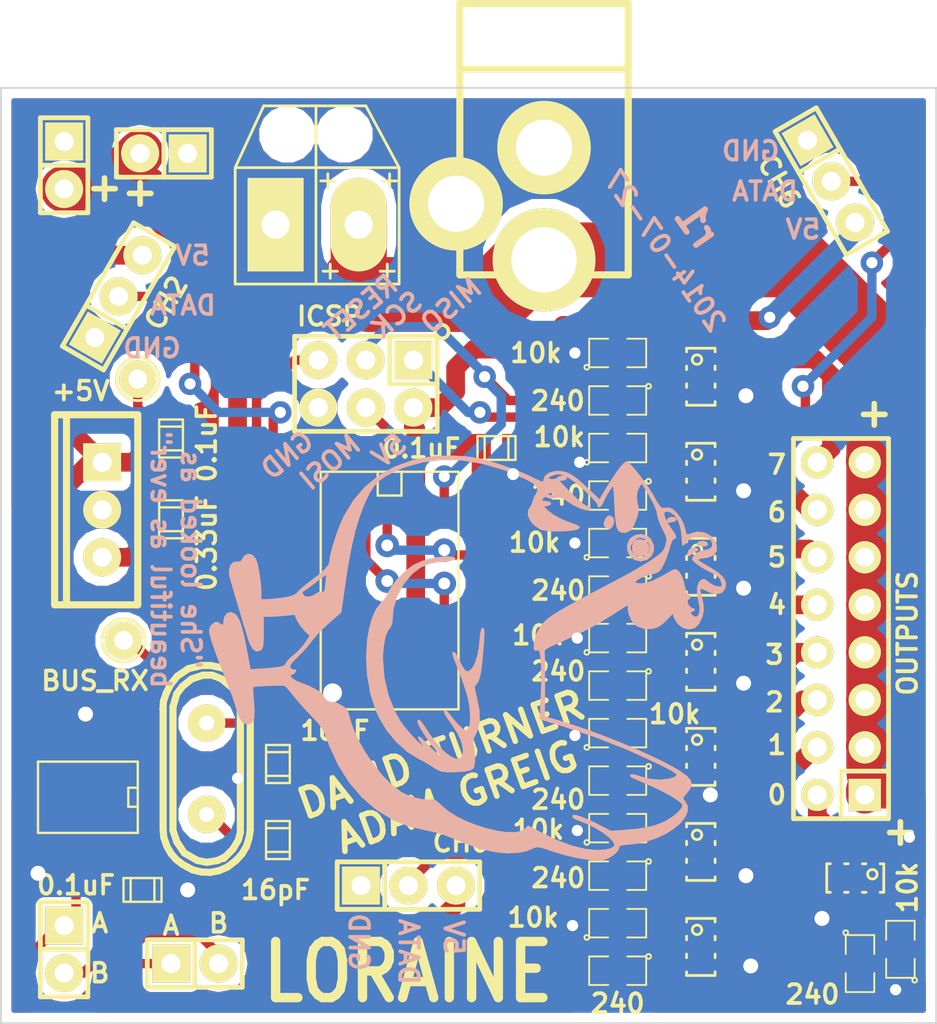
<source format=kicad_pcb>
(kicad_pcb (version 4) (host pcbnew "(2014-jan-25)-product")
  (layers (0 F.Cu signal) (31 B.Cu signal) (34 B.Paste user hide) (35 F.Paste user hide) (36 B.SilkS user hide) (37 F.SilkS user) (38 B.Mask user hide) (39 F.Mask user hide) (44 Edge.Cuts user))
  (net 0 "")
  (net 1 "Net-(C1-Pad1)")
  (net 2 GND)
  (net 3 "Net-(C2-Pad1)")
  (net 4 +5V)
  (net 5 "Net-(IC1-Pad13)")
  (net 6 "Net-(IC1-Pad15)")
  (net 7 "Net-(IC1-Pad16)")
  (net 8 /MOSI)
  (net 9 /SCK)
  (net 10 /RESET)
  (net 11 "Net-(IC1-Pad2)")
  (net 12 "Net-(Q1-PadG)")
  (net 13 "Net-(Q2-PadG)")
  (net 14 "Net-(Q3-PadG)")
  (net 15 "Net-(Q4-PadG)")
  (net 16 "Net-(Q5-PadG)")
  (net 17 "Net-(Q6-PadG)")
  (net 18 "Net-(Q7-PadG)")
  (net 19 "Net-(Q8-PadG)")
  (net 20 VIN)
  (net 21 /LED0)
  (net 22 /LED6)
  (net 23 /A)
  (net 24 /B)
  (net 25 /CH0)
  (net 26 /CH1)
  (net 27 /CH2)
  (net 28 /CH3)
  (net 29 /CH4)
  (net 30 /CH5)
  (net 31 /CH6)
  (net 32 /CH7)
  (net 33 /LED2)
  (net 34 "Net-(IC1-Pad11)")
  (net 35 "Net-(IC1-Pad3)")
  (net 36 "Net-(IC1-Pad6)")
  (net 37 "Net-(IC1-Pad7)")
  (net 38 "Net-(IC1-Pad8)")
  (net 39 "Net-(IC1-Pad9)")
  (net 40 "Net-(U2-Pad4)")
  (module Pin_Headers:Pin_Header_Straight_2x03 (layer F.Cu) (at 119.507 115.824 180)
    (fp_text reference P6 hide)
    (fp_text value ICSP (at 1.9558 3.6068 180) (layer F.SilkS) (effects (font (thickness 0.2))))
    (pad 1 thru_hole rect (at -2.54 1.27 180) (size 2.032 2.032) (drill 1.016) (layers *.Cu *.Mask F.SilkS) (net 22 /LED6))
    (pad 2 thru_hole circle (at -2.54 -1.27 180) (size 2.032 2.032) (drill 1.016) (layers *.Cu *.Mask F.SilkS) (net 4 +5V))
    (pad 3 thru_hole circle (at 0 1.27 180) (size 2.032 2.032) (drill 1.016) (layers *.Cu *.Mask F.SilkS) (net 9 /SCK))
    (pad 4 thru_hole circle (at 0 -1.27 180) (size 2.032 2.032) (drill 1.016) (layers *.Cu *.Mask F.SilkS) (net 8 /MOSI))
    (pad 5 thru_hole circle (at 2.54 1.27 180) (size 2.032 2.032) (drill 1.016) (layers *.Cu *.Mask F.SilkS) (net 10 /RESET))
    (pad 6 thru_hole circle (at 2.54 -1.27 180) (size 2.032 2.032) (drill 1.016) (layers *.Cu *.Mask F.SilkS) (net 2 GND))
  )
  (module Discret:TO220_VERT (layer F.Cu) (at 105.41 122.555 180)
    (fp_text reference U1 hide)
    (fp_text value UA7805CKCT hide)
    (pad 2 thru_hole circle (at 0 -2.54 180) (size 2.032 2.032) (drill 1.016) (layers *.Cu *.Mask F.SilkS) (net 20 VIN))
    (pad 3 thru_hole circle (at 0 0 180) (size 2.032 2.032) (drill 1.016) (layers *.Cu *.Mask F.SilkS) (net 2 GND))
    (pad 1 thru_hole rect (at 0 2.54 180) (size 2.032 2.032) (drill 1.016) (layers *.Cu *.Mask F.SilkS) (net 4 +5V))
  )
  (module Crystals:Crystal_HC49-U_Vertical (layer F.Cu) (at 110.998 136.398 270)
    (fp_text reference X1 hide)
    (fp_text value 16MHz hide)
    (pad 1 thru_hole circle (at -2.44094 0 270) (size 2 2) (drill 0.8001) (layers *.Cu *.Mask F.SilkS) (net 1 "Net-(C1-Pad1)"))
    (pad 2 thru_hole circle (at 2.44094 0 270) (size 2 2) (drill 0.8001) (layers *.Cu *.Mask F.SilkS) (net 3 "Net-(C2-Pad1)"))
  )
  (module Pin_Headers:Pin_Header_Straight_1x03 (layer F.Cu) (at 121.784 142.644)
    (fp_text reference K3 hide)
    (fp_text value LED3 hide)
    (pad 1 thru_hole rect (at -2.54 0) (size 2.032 2.032) (drill 1.016) (layers *.Cu *.Mask F.SilkS) (net 2 GND))
    (pad 2 thru_hole circle (at 0 0) (size 2.032 2.032) (drill 1.016) (layers *.Cu *.Mask F.SilkS) (net 21 /LED0))
    (pad 3 thru_hole circle (at 2.54 0) (size 2.032 2.032) (drill 1.016) (layers *.Cu *.Mask F.SilkS) (net 4 +5V))
  )
  (module Pin_Headers:Pin_Header_Straight_1x03 (layer F.Cu) (at 144.39 105 300)
    (fp_text reference K2 hide)
    (fp_text value LED2 hide)
    (pad 1 thru_hole rect (at -2.54 0 300) (size 2.032 2.032) (drill 1.016) (layers *.Cu *.Mask F.SilkS) (net 2 GND))
    (pad 2 thru_hole circle (at 0 0 300) (size 2.032 2.032) (drill 1.016) (layers *.Cu *.Mask F.SilkS) (net 22 /LED6))
    (pad 3 thru_hole circle (at 2.54 0 300) (size 2.032 2.032) (drill 1.016) (layers *.Cu *.Mask F.SilkS) (net 4 +5V))
  )
  (module Pin_Headers:Pin_Header_Straight_1x03 (layer F.Cu) (at 106.29 111.148 60)
    (fp_text reference K1 hide)
    (fp_text value LED1 hide)
    (pad 1 thru_hole rect (at -2.54 0 60) (size 2.032 2.032) (drill 1.016) (layers *.Cu *.Mask F.SilkS) (net 2 GND))
    (pad 2 thru_hole circle (at 0 0 60) (size 2.032 2.032) (drill 1.016) (layers *.Cu *.Mask F.SilkS) (net 33 /LED2))
    (pad 3 thru_hole circle (at 2.54 0 60) (size 2.032 2.032) (drill 1.016) (layers *.Cu *.Mask F.SilkS) (net 4 +5V))
  )
  (module Capacitors_SMD:c_0805 (layer F.Cu) (at 114.808 136.144 90)
    (fp_text reference C1 hide)
    (fp_text value 16pF (at 1.778 3.048 180) (layer F.SilkS) (effects (font (thickness 0.2))))
    (pad 1 smd rect (at 0.9525 0 90) (size 1.30048 1.4986) (layers F.Cu F.Paste F.Mask) (net 1 "Net-(C1-Pad1)"))
    (pad 2 smd rect (at -0.9525 0 90) (size 1.30048 1.4986) (layers F.Cu F.Paste F.Mask) (net 2 GND))
  )
  (module Capacitors_SMD:c_0805 (layer F.Cu) (at 114.808 140.208 270)
    (fp_text reference C2 hide)
    (fp_text value 16pF (at 2.667 0.127 360) (layer F.SilkS) (effects (font (thickness 0.2))))
    (pad 1 smd rect (at 0.9525 0 270) (size 1.30048 1.4986) (layers F.Cu F.Paste F.Mask) (net 3 "Net-(C2-Pad1)"))
    (pad 2 smd rect (at -0.9525 0 270) (size 1.30048 1.4986) (layers F.Cu F.Paste F.Mask) (net 2 GND))
  )
  (module Capacitors_SMD:c_0805 (layer F.Cu) (at 109.093 123.063 270)
    (fp_text reference C3 hide)
    (fp_text value 0.33uF (at 1.27 -1.905 450) (layer F.SilkS) (effects (font (thickness 0.2))))
    (pad 1 smd rect (at 0.9525 0 270) (size 1.30048 1.4986) (layers F.Cu F.Paste F.Mask) (net 20 VIN))
    (pad 2 smd rect (at -0.9525 0 270) (size 1.30048 1.4986) (layers F.Cu F.Paste F.Mask) (net 2 GND))
  )
  (module Capacitors_SMD:c_0805 (layer F.Cu) (at 107.569 142.875)
    (fp_text reference C4 hide)
    (fp_text value 0.1uF (at -3.556 -0.254) (layer F.SilkS) (effects (font (thickness 0.2))))
    (pad 1 smd rect (at 0.9525 0) (size 1.30048 1.4986) (layers F.Cu F.Paste F.Mask) (net 2 GND))
    (pad 2 smd rect (at -0.9525 0) (size 1.30048 1.4986) (layers F.Cu F.Paste F.Mask) (net 4 +5V))
  )
  (module Capacitors_SMD:c_0805 (layer F.Cu) (at 109.093 118.745 90)
    (fp_text reference C5 hide)
    (fp_text value 0.1uF (at -0.254 1.905 90) (layer F.SilkS) (effects (font (thickness 0.2))))
    (pad 1 smd rect (at 0.9525 0 90) (size 1.30048 1.4986) (layers F.Cu F.Paste F.Mask) (net 4 +5V))
    (pad 2 smd rect (at -0.9525 0 90) (size 1.30048 1.4986) (layers F.Cu F.Paste F.Mask) (net 2 GND))
  )
  (module Capacitors_SMD:c_0805 (layer F.Cu) (at 126.492 119.253)
    (fp_text reference C6 hide)
    (fp_text value 0.1uF (at -4.0132 0.0254) (layer F.SilkS) (effects (font (thickness 0.2))))
    (pad 1 smd rect (at 0.9525 0) (size 1.30048 1.4986) (layers F.Cu F.Paste F.Mask) (net 2 GND))
    (pad 2 smd rect (at -0.9525 0) (size 1.30048 1.4986) (layers F.Cu F.Paste F.Mask) (net 4 +5V))
  )
  (module Connect:BARREL_JACK (layer F.Cu) (at 129.032 102.997 270)
    (fp_text reference CON1 hide)
    (fp_text value BARREL_JACK hide)
    (pad 1 thru_hole circle (at 6.20014 0 270) (size 5.5 5.5) (drill 3.5) (layers *.Cu *.Mask F.SilkS) (net 20 VIN))
    (pad 2 thru_hole circle (at 0.20066 0 270) (size 5 5) (drill 3) (layers *.Cu *.Mask F.SilkS) (net 2 GND))
    (pad 3 thru_hole circle (at 3.2004 4.699 270) (size 5 5) (drill 2.99974) (layers *.Cu *.Mask F.SilkS) (net 2 GND))
  )
  (module SMD_Packages:SO20L (layer F.Cu) (at 120.777 126.873 270)
    (fp_text reference IC1 hide)
    (fp_text value ATTINY2313A-S hide)
    (pad 11 smd rect (at 5.715 -4.826 270) (size 0.508 1.27) (layers F.Cu F.Paste F.Mask) (net 34 "Net-(IC1-Pad11)"))
    (pad 12 smd rect (at 4.445 -4.826 270) (size 0.508 1.27) (layers F.Cu F.Paste F.Mask) (net 21 /LED0))
    (pad 13 smd rect (at 3.175 -4.826 270) (size 0.508 1.27) (layers F.Cu F.Paste F.Mask) (net 5 "Net-(IC1-Pad13)"))
    (pad 14 smd rect (at 1.905 -4.826 270) (size 0.508 1.27) (layers F.Cu F.Paste F.Mask) (net 33 /LED2))
    (pad 15 smd rect (at 0.635 -4.826 270) (size 0.508 1.27) (layers F.Cu F.Paste F.Mask) (net 6 "Net-(IC1-Pad15)"))
    (pad 16 smd rect (at -0.635 -4.826 270) (size 0.508 1.27) (layers F.Cu F.Paste F.Mask) (net 7 "Net-(IC1-Pad16)"))
    (pad 17 smd rect (at -1.905 -4.826 270) (size 0.508 1.27) (layers F.Cu F.Paste F.Mask) (net 8 /MOSI))
    (pad 18 smd rect (at -3.175 -4.826 270) (size 0.508 1.27) (layers F.Cu F.Paste F.Mask) (net 22 /LED6))
    (pad 19 smd rect (at -4.445 -4.826 270) (size 0.508 1.27) (layers F.Cu F.Paste F.Mask) (net 9 /SCK))
    (pad 20 smd rect (at -5.715 -4.826 270) (size 0.508 1.27) (layers F.Cu F.Paste F.Mask) (net 4 +5V))
    (pad 1 smd rect (at -5.715 4.826 270) (size 0.508 1.27) (layers F.Cu F.Paste F.Mask) (net 10 /RESET))
    (pad 2 smd rect (at -4.445 4.826 270) (size 0.508 1.27) (layers F.Cu F.Paste F.Mask) (net 11 "Net-(IC1-Pad2)"))
    (pad 3 smd rect (at -3.175 4.826 270) (size 0.508 1.27) (layers F.Cu F.Paste F.Mask) (net 35 "Net-(IC1-Pad3)"))
    (pad 4 smd rect (at -1.905 4.826 270) (size 0.508 1.27) (layers F.Cu F.Paste F.Mask) (net 1 "Net-(C1-Pad1)"))
    (pad 5 smd rect (at -0.635 4.826 270) (size 0.508 1.27) (layers F.Cu F.Paste F.Mask) (net 3 "Net-(C2-Pad1)"))
    (pad 6 smd rect (at 0.635 4.826 270) (size 0.508 1.27) (layers F.Cu F.Paste F.Mask) (net 36 "Net-(IC1-Pad6)"))
    (pad 7 smd rect (at 1.905 4.826 270) (size 0.508 1.27) (layers F.Cu F.Paste F.Mask) (net 37 "Net-(IC1-Pad7)"))
    (pad 8 smd rect (at 3.175 4.826 270) (size 0.508 1.27) (layers F.Cu F.Paste F.Mask) (net 38 "Net-(IC1-Pad8)"))
    (pad 9 smd rect (at 4.445 4.826 270) (size 0.508 1.27) (layers F.Cu F.Paste F.Mask) (net 39 "Net-(IC1-Pad9)"))
    (pad 10 smd rect (at 5.715 4.826 270) (size 0.508 1.27) (layers F.Cu F.Paste F.Mask) (net 2 GND))
  )
  (module solder_pad:SIL-2 (layer F.Cu) (at 116.84 107.315)
    (fp_text reference P3 hide)
    (fp_text value SOLDER_PAD hide)
    (fp_text user + (at 0.762 2.413) (layer F.SilkS))
    (fp_text user + (at 0.635 -2.413) (layer F.SilkS))
    (fp_text user + (at 3.81 2.413) (layer F.SilkS))
    (fp_text user + (at 3.937 -2.413) (layer F.SilkS))
    (pad 1 thru_hole rect (at -2.159 0) (size 3 5) (drill 1.5) (layers *.Cu *.Mask F.SilkS) (net 2 GND))
    (pad 2 thru_hole oval (at 2.286 0) (size 3 5) (drill 1.5) (layers *.Cu *.Mask F.SilkS) (net 20 VIN))
    (pad "" np_thru_hole circle (at -1.524 -4.826) (size 2 2) (drill 2) (layers *.Cu *.Mask F.SilkS))
    (pad "" np_thru_hole circle (at 1.524 -4.826) (size 2 2) (drill 2) (layers *.Cu *.Mask F.SilkS))
  )
  (module sot26:sot26 (layer F.Cu) (at 145.669 142.24 180)
    (fp_text reference Q1 hide)
    (fp_text value TSM3460CX6 hide)
    (pad D smd rect (at 0 1.075 180) (size 0.5 1) (layers F.Cu F.Paste F.Mask) (net 25 /CH0))
    (pad D smd rect (at 0 -1.075 180) (size 0.5 1) (layers F.Cu F.Paste F.Mask) (net 25 /CH0))
    (pad G smd rect (at 0.95 1.075 180) (size 0.5 1) (layers F.Cu F.Paste F.Mask) (net 12 "Net-(Q1-PadG)"))
    (pad D smd rect (at -0.95 -1.075 180) (size 0.5 1) (layers F.Cu F.Paste F.Mask) (net 25 /CH0))
    (pad D smd rect (at -0.95 1.075 180) (size 0.5 1) (layers F.Cu F.Paste F.Mask) (net 25 /CH0))
    (pad S smd rect (at 0.95 -1.075 180) (size 0.5 1) (layers F.Cu F.Paste F.Mask) (net 2 GND))
  )
  (module sot26:sot26 (layer F.Cu) (at 137.414 145.923 270)
    (fp_text reference Q2 hide)
    (fp_text value TSM3460CX6 hide)
    (pad D smd rect (at 0 1.075 270) (size 0.5 1) (layers F.Cu F.Paste F.Mask) (net 26 /CH1))
    (pad D smd rect (at 0 -1.075 270) (size 0.5 1) (layers F.Cu F.Paste F.Mask) (net 26 /CH1))
    (pad G smd rect (at 0.95 1.075 270) (size 0.5 1) (layers F.Cu F.Paste F.Mask) (net 13 "Net-(Q2-PadG)"))
    (pad D smd rect (at -0.95 -1.075 270) (size 0.5 1) (layers F.Cu F.Paste F.Mask) (net 26 /CH1))
    (pad D smd rect (at -0.95 1.075 270) (size 0.5 1) (layers F.Cu F.Paste F.Mask) (net 26 /CH1))
    (pad S smd rect (at 0.95 -1.075 270) (size 0.5 1) (layers F.Cu F.Paste F.Mask) (net 2 GND))
  )
  (module sot26:sot26 (layer F.Cu) (at 137.414 140.843 270)
    (fp_text reference Q3 hide)
    (fp_text value TSM3460CX6 hide)
    (pad D smd rect (at 0 1.075 270) (size 0.5 1) (layers F.Cu F.Paste F.Mask) (net 27 /CH2))
    (pad D smd rect (at 0 -1.075 270) (size 0.5 1) (layers F.Cu F.Paste F.Mask) (net 27 /CH2))
    (pad G smd rect (at 0.95 1.075 270) (size 0.5 1) (layers F.Cu F.Paste F.Mask) (net 14 "Net-(Q3-PadG)"))
    (pad D smd rect (at -0.95 -1.075 270) (size 0.5 1) (layers F.Cu F.Paste F.Mask) (net 27 /CH2))
    (pad D smd rect (at -0.95 1.075 270) (size 0.5 1) (layers F.Cu F.Paste F.Mask) (net 27 /CH2))
    (pad S smd rect (at 0.95 -1.075 270) (size 0.5 1) (layers F.Cu F.Paste F.Mask) (net 2 GND))
  )
  (module sot26:sot26 (layer F.Cu) (at 137.414 135.763 270)
    (fp_text reference Q4 hide)
    (fp_text value TSM3460CX6 hide)
    (pad D smd rect (at 0 1.075 270) (size 0.5 1) (layers F.Cu F.Paste F.Mask) (net 28 /CH3))
    (pad D smd rect (at 0 -1.075 270) (size 0.5 1) (layers F.Cu F.Paste F.Mask) (net 28 /CH3))
    (pad G smd rect (at 0.95 1.075 270) (size 0.5 1) (layers F.Cu F.Paste F.Mask) (net 15 "Net-(Q4-PadG)"))
    (pad D smd rect (at -0.95 -1.075 270) (size 0.5 1) (layers F.Cu F.Paste F.Mask) (net 28 /CH3))
    (pad D smd rect (at -0.95 1.075 270) (size 0.5 1) (layers F.Cu F.Paste F.Mask) (net 28 /CH3))
    (pad S smd rect (at 0.95 -1.075 270) (size 0.5 1) (layers F.Cu F.Paste F.Mask) (net 2 GND))
  )
  (module sot26:sot26 (layer F.Cu) (at 137.414 130.683 270)
    (fp_text reference Q5 hide)
    (fp_text value TSM3460CX6 hide)
    (pad D smd rect (at 0 1.075 270) (size 0.5 1) (layers F.Cu F.Paste F.Mask) (net 29 /CH4))
    (pad D smd rect (at 0 -1.075 270) (size 0.5 1) (layers F.Cu F.Paste F.Mask) (net 29 /CH4))
    (pad G smd rect (at 0.95 1.075 270) (size 0.5 1) (layers F.Cu F.Paste F.Mask) (net 16 "Net-(Q5-PadG)"))
    (pad D smd rect (at -0.95 -1.075 270) (size 0.5 1) (layers F.Cu F.Paste F.Mask) (net 29 /CH4))
    (pad D smd rect (at -0.95 1.075 270) (size 0.5 1) (layers F.Cu F.Paste F.Mask) (net 29 /CH4))
    (pad S smd rect (at 0.95 -1.075 270) (size 0.5 1) (layers F.Cu F.Paste F.Mask) (net 2 GND))
  )
  (module sot26:sot26 (layer F.Cu) (at 137.414 125.603 270)
    (fp_text reference Q6 hide)
    (fp_text value TSM3460CX6 hide)
    (pad D smd rect (at 0 1.075 270) (size 0.5 1) (layers F.Cu F.Paste F.Mask) (net 30 /CH5))
    (pad D smd rect (at 0 -1.075 270) (size 0.5 1) (layers F.Cu F.Paste F.Mask) (net 30 /CH5))
    (pad G smd rect (at 0.95 1.075 270) (size 0.5 1) (layers F.Cu F.Paste F.Mask) (net 17 "Net-(Q6-PadG)"))
    (pad D smd rect (at -0.95 -1.075 270) (size 0.5 1) (layers F.Cu F.Paste F.Mask) (net 30 /CH5))
    (pad D smd rect (at -0.95 1.075 270) (size 0.5 1) (layers F.Cu F.Paste F.Mask) (net 30 /CH5))
    (pad S smd rect (at 0.95 -1.075 270) (size 0.5 1) (layers F.Cu F.Paste F.Mask) (net 2 GND))
  )
  (module sot26:sot26 (layer F.Cu) (at 137.414 120.523 270)
    (fp_text reference Q7 hide)
    (fp_text value TSM3460CX6 hide)
    (pad D smd rect (at 0 1.075 270) (size 0.5 1) (layers F.Cu F.Paste F.Mask) (net 31 /CH6))
    (pad D smd rect (at 0 -1.075 270) (size 0.5 1) (layers F.Cu F.Paste F.Mask) (net 31 /CH6))
    (pad G smd rect (at 0.95 1.075 270) (size 0.5 1) (layers F.Cu F.Paste F.Mask) (net 18 "Net-(Q7-PadG)"))
    (pad D smd rect (at -0.95 -1.075 270) (size 0.5 1) (layers F.Cu F.Paste F.Mask) (net 31 /CH6))
    (pad D smd rect (at -0.95 1.075 270) (size 0.5 1) (layers F.Cu F.Paste F.Mask) (net 31 /CH6))
    (pad S smd rect (at 0.95 -1.075 270) (size 0.5 1) (layers F.Cu F.Paste F.Mask) (net 2 GND))
  )
  (module sot26:sot26 (layer F.Cu) (at 137.414 115.443 270)
    (fp_text reference Q8 hide)
    (fp_text value TSM3460CX6 hide)
    (pad D smd rect (at 0 1.075 270) (size 0.5 1) (layers F.Cu F.Paste F.Mask) (net 32 /CH7))
    (pad D smd rect (at 0 -1.075 270) (size 0.5 1) (layers F.Cu F.Paste F.Mask) (net 32 /CH7))
    (pad G smd rect (at 0.95 1.075 270) (size 0.5 1) (layers F.Cu F.Paste F.Mask) (net 19 "Net-(Q8-PadG)"))
    (pad D smd rect (at -0.95 -1.075 270) (size 0.5 1) (layers F.Cu F.Paste F.Mask) (net 32 /CH7))
    (pad D smd rect (at -0.95 1.075 270) (size 0.5 1) (layers F.Cu F.Paste F.Mask) (net 32 /CH7))
    (pad S smd rect (at 0.95 -1.075 270) (size 0.5 1) (layers F.Cu F.Paste F.Mask) (net 2 GND))
  )
  (module SMD_Packages:SM0805 (layer F.Cu) (at 145.923 146.812 270)
    (fp_text reference R1 hide)
    (fp_text value 240 (at 1.651 2.54 540) (layer F.SilkS) (effects (font (thickness 0.2))))
    (pad 1 smd rect (at -0.9525 0 270) (size 0.889 1.397) (layers F.Cu F.Paste F.Mask) (net 12 "Net-(Q1-PadG)"))
    (pad 2 smd rect (at 0.9525 0 270) (size 0.889 1.397) (layers F.Cu F.Paste F.Mask) (net 21 /LED0))
  )
  (module SMD_Packages:SM0805 (layer F.Cu) (at 132.969 147.193 180)
    (fp_text reference R2 hide)
    (fp_text value 240 (at 0 -1.7526 180) (layer F.SilkS) (effects (font (thickness 0.2))))
    (pad 1 smd rect (at -0.9525 0 180) (size 0.889 1.397) (layers F.Cu F.Paste F.Mask) (net 13 "Net-(Q2-PadG)"))
    (pad 2 smd rect (at 0.9525 0 180) (size 0.889 1.397) (layers F.Cu F.Paste F.Mask) (net 5 "Net-(IC1-Pad13)"))
  )
  (module SMD_Packages:SM0805 (layer F.Cu) (at 132.969 142.113 180)
    (fp_text reference R3 hide)
    (fp_text value 240 (at 3.175 -0.127 360) (layer F.SilkS) (effects (font (thickness 0.2))))
    (pad 1 smd rect (at -0.9525 0 180) (size 0.889 1.397) (layers F.Cu F.Paste F.Mask) (net 14 "Net-(Q3-PadG)"))
    (pad 2 smd rect (at 0.9525 0 180) (size 0.889 1.397) (layers F.Cu F.Paste F.Mask) (net 33 /LED2))
  )
  (module SMD_Packages:SM0805 (layer F.Cu) (at 132.969 137.033 180)
    (fp_text reference R4 hide)
    (fp_text value 240 (at 3.175 -1.016 360) (layer F.SilkS) (effects (font (thickness 0.2))))
    (pad 1 smd rect (at -0.9525 0 180) (size 0.889 1.397) (layers F.Cu F.Paste F.Mask) (net 15 "Net-(Q4-PadG)"))
    (pad 2 smd rect (at 0.9525 0 180) (size 0.889 1.397) (layers F.Cu F.Paste F.Mask) (net 6 "Net-(IC1-Pad15)"))
  )
  (module SMD_Packages:SM0805 (layer F.Cu) (at 132.969 131.953 180)
    (fp_text reference R5 hide)
    (fp_text value 240 (at 3.175 0.762 360) (layer F.SilkS) (effects (font (thickness 0.2))))
    (pad 1 smd rect (at -0.9525 0 180) (size 0.889 1.397) (layers F.Cu F.Paste F.Mask) (net 16 "Net-(Q5-PadG)"))
    (pad 2 smd rect (at 0.9525 0 180) (size 0.889 1.397) (layers F.Cu F.Paste F.Mask) (net 7 "Net-(IC1-Pad16)"))
  )
  (module SMD_Packages:SM0805 (layer F.Cu) (at 132.969 126.873 180)
    (fp_text reference R6 hide)
    (fp_text value 240 (at 3.175 0 360) (layer F.SilkS) (effects (font (thickness 0.2))))
    (pad 1 smd rect (at -0.9525 0 180) (size 0.889 1.397) (layers F.Cu F.Paste F.Mask) (net 17 "Net-(Q6-PadG)"))
    (pad 2 smd rect (at 0.9525 0 180) (size 0.889 1.397) (layers F.Cu F.Paste F.Mask) (net 8 /MOSI))
  )
  (module SMD_Packages:SM0805 (layer F.Cu) (at 132.969 121.793 180)
    (fp_text reference R7 hide)
    (fp_text value 240 (at 3.175 0 360) (layer F.SilkS) (effects (font (thickness 0.2))))
    (pad 1 smd rect (at -0.9525 0 180) (size 0.889 1.397) (layers F.Cu F.Paste F.Mask) (net 18 "Net-(Q7-PadG)"))
    (pad 2 smd rect (at 0.9525 0 180) (size 0.889 1.397) (layers F.Cu F.Paste F.Mask) (net 22 /LED6))
  )
  (module SMD_Packages:SM0805 (layer F.Cu) (at 132.969 116.713 180)
    (fp_text reference R8 hide)
    (fp_text value 240 (at 3.2004 -0.0254 360) (layer F.SilkS) (effects (font (thickness 0.2))))
    (pad 1 smd rect (at -0.9525 0 180) (size 0.889 1.397) (layers F.Cu F.Paste F.Mask) (net 19 "Net-(Q8-PadG)"))
    (pad 2 smd rect (at 0.9525 0 180) (size 0.889 1.397) (layers F.Cu F.Paste F.Mask) (net 9 /SCK))
  )
  (module SMD_Packages:SM0805 (layer F.Cu) (at 148.082 146.05 90)
    (fp_text reference R9 hide)
    (fp_text value 10k (at 3.302 0.381 90) (layer F.SilkS) (effects (font (thickness 0.2))))
    (pad 1 smd rect (at -0.9525 0 90) (size 0.889 1.397) (layers F.Cu F.Paste F.Mask) (net 2 GND))
    (pad 2 smd rect (at 0.9525 0 90) (size 0.889 1.397) (layers F.Cu F.Paste F.Mask) (net 12 "Net-(Q1-PadG)"))
  )
  (module SMD_Packages:SM0805 (layer F.Cu) (at 132.969 144.653)
    (fp_text reference R10 hide)
    (fp_text value 10k (at -4.5212 -0.3048 180) (layer F.SilkS) (effects (font (thickness 0.2))))
    (pad 1 smd rect (at -0.9525 0) (size 0.889 1.397) (layers F.Cu F.Paste F.Mask) (net 2 GND))
    (pad 2 smd rect (at 0.9525 0) (size 0.889 1.397) (layers F.Cu F.Paste F.Mask) (net 13 "Net-(Q2-PadG)"))
  )
  (module SMD_Packages:SM0805 (layer F.Cu) (at 132.969 139.573)
    (fp_text reference R11 hide)
    (fp_text value 10k (at -4.2418 0.0762 180) (layer F.SilkS) (effects (font (thickness 0.2))))
    (pad 1 smd rect (at -0.9525 0) (size 0.889 1.397) (layers F.Cu F.Paste F.Mask) (net 2 GND))
    (pad 2 smd rect (at 0.9525 0) (size 0.889 1.397) (layers F.Cu F.Paste F.Mask) (net 14 "Net-(Q3-PadG)"))
  )
  (module SMD_Packages:SM0805 (layer F.Cu) (at 132.969 134.493)
    (fp_text reference R12 hide)
    (fp_text value 10k (at 3.048 -1.016 180) (layer F.SilkS) (effects (font (thickness 0.2))))
    (pad 1 smd rect (at -0.9525 0) (size 0.889 1.397) (layers F.Cu F.Paste F.Mask) (net 2 GND))
    (pad 2 smd rect (at 0.9525 0) (size 0.889 1.397) (layers F.Cu F.Paste F.Mask) (net 15 "Net-(Q4-PadG)"))
  )
  (module SMD_Packages:SM0805 (layer F.Cu) (at 132.969 129.413)
    (fp_text reference R13 hide)
    (fp_text value 10k (at -4.2672 -0.1524 180) (layer F.SilkS) (effects (font (thickness 0.2))))
    (pad 1 smd rect (at -0.9525 0) (size 0.889 1.397) (layers F.Cu F.Paste F.Mask) (net 2 GND))
    (pad 2 smd rect (at 0.9525 0) (size 0.889 1.397) (layers F.Cu F.Paste F.Mask) (net 16 "Net-(Q5-PadG)"))
  )
  (module SMD_Packages:SM0805 (layer F.Cu) (at 132.969 124.333)
    (fp_text reference R14 hide)
    (fp_text value 10k (at -4.445 -0.0254 180) (layer F.SilkS) (effects (font (thickness 0.2))))
    (pad 1 smd rect (at -0.9525 0) (size 0.889 1.397) (layers F.Cu F.Paste F.Mask) (net 2 GND))
    (pad 2 smd rect (at 0.9525 0) (size 0.889 1.397) (layers F.Cu F.Paste F.Mask) (net 17 "Net-(Q6-PadG)"))
  )
  (module SMD_Packages:SM0805 (layer F.Cu) (at 132.969 119.253)
    (fp_text reference R15 hide)
    (fp_text value 10k (at -3.1242 -0.5842 180) (layer F.SilkS) (effects (font (thickness 0.2))))
    (pad 1 smd rect (at -0.9525 0) (size 0.889 1.397) (layers F.Cu F.Paste F.Mask) (net 2 GND))
    (pad 2 smd rect (at 0.9525 0) (size 0.889 1.397) (layers F.Cu F.Paste F.Mask) (net 18 "Net-(Q7-PadG)"))
  )
  (module SMD_Packages:SM0805 (layer F.Cu) (at 132.969 114.173)
    (fp_text reference R16 hide)
    (fp_text value 10k (at -4.3688 0 180) (layer F.SilkS) (effects (font (thickness 0.2))))
    (pad 1 smd rect (at -0.9525 0) (size 0.889 1.397) (layers F.Cu F.Paste F.Mask) (net 2 GND))
    (pad 2 smd rect (at 0.9525 0) (size 0.889 1.397) (layers F.Cu F.Paste F.Mask) (net 19 "Net-(Q8-PadG)"))
  )
  (module SMD_Packages:SO8E (layer F.Cu) (at 104.648 137.922 180)
    (fp_text reference U2 hide)
    (fp_text value SN65176BD hide)
    (pad 8 smd rect (at -1.905 -2.667 180) (size 0.59944 1.39954) (layers F.Cu F.Paste F.Mask) (net 4 +5V))
    (pad 1 smd rect (at -1.905 2.667 180) (size 0.59944 1.39954) (layers F.Cu F.Paste F.Mask) (net 11 "Net-(IC1-Pad2)"))
    (pad 7 smd rect (at -0.635 -2.667 180) (size 0.59944 1.39954) (layers F.Cu F.Paste F.Mask) (net 24 /B))
    (pad 6 smd rect (at 0.635 -2.667 180) (size 0.59944 1.39954) (layers F.Cu F.Paste F.Mask) (net 23 /A))
    (pad 5 smd rect (at 1.905 -2.667 180) (size 0.59944 1.39954) (layers F.Cu F.Paste F.Mask) (net 2 GND))
    (pad 2 smd rect (at -0.635 2.667 180) (size 0.59944 1.39954) (layers F.Cu F.Paste F.Mask) (net 2 GND))
    (pad 3 smd rect (at 0.635 2.667 180) (size 0.59944 1.39954) (layers F.Cu F.Paste F.Mask) (net 2 GND))
    (pad 4 smd rect (at 1.905 2.667 180) (size 0.59944 1.39954) (layers F.Cu F.Paste F.Mask) (net 40 "Net-(U2-Pad4)"))
  )
  (module Pin_Headers:Pin_Header_Straight_1x02 (layer F.Cu) (at 103.378 104.14 270)
    (fp_text reference P1 hide)
    (fp_text value POWER_THRU hide)
    (pad 1 thru_hole rect (at -1.27 0 270) (size 2.032 2.032) (drill 1.016) (layers *.Cu *.Mask F.SilkS) (net 2 GND))
    (pad 2 thru_hole oval (at 1.27 0 270) (size 2.032 2.032) (drill 1.016) (layers *.Cu *.Mask F.SilkS) (net 20 VIN))
  )
  (module Pin_Headers:Pin_Header_Straight_1x02 (layer F.Cu) (at 108.712 103.505 180)
    (fp_text reference P2 hide)
    (fp_text value POWER hide)
    (pad 1 thru_hole rect (at -1.27 0 180) (size 2.032 2.032) (drill 1.016) (layers *.Cu *.Mask F.SilkS) (net 2 GND))
    (pad 2 thru_hole oval (at 1.27 0 180) (size 2.032 2.032) (drill 1.016) (layers *.Cu *.Mask F.SilkS) (net 20 VIN))
  )
  (module Pin_Headers:Pin_Header_Straight_1x02 (layer F.Cu) (at 103.378 146.05 270)
    (fp_text reference P4 hide)
    (fp_text value BUS hide)
    (pad 1 thru_hole rect (at -1.27 0 270) (size 2.032 2.032) (drill 1.016) (layers *.Cu *.Mask F.SilkS) (net 23 /A))
    (pad 2 thru_hole oval (at 1.27 0 270) (size 2.032 2.032) (drill 1.016) (layers *.Cu *.Mask F.SilkS) (net 24 /B))
  )
  (module Pin_Headers:Pin_Header_Straight_1x02 (layer F.Cu) (at 110.363 146.812)
    (fp_text reference P5 hide)
    (fp_text value BUS_THRU hide)
    (pad 1 thru_hole rect (at -1.27 0) (size 2.032 2.032) (drill 1.016) (layers *.Cu *.Mask F.SilkS) (net 23 /A))
    (pad 2 thru_hole oval (at 1.27 0) (size 2.032 2.032) (drill 1.016) (layers *.Cu *.Mask F.SilkS) (net 24 /B))
  )
  (module Pin_Headers:Pin_Header_Straight_2x08 (layer F.Cu) (at 144.907 128.905 90)
    (fp_text reference P7 hide)
    (fp_text value OUTPUTS (at -0.254 3.556 90) (layer F.SilkS) (effects (font (thickness 0.2032))))
    (pad 1 thru_hole rect (at -8.89 1.27 90) (size 1.7272 1.7272) (drill 1.016) (layers *.Cu *.Mask F.SilkS) (net 20 VIN))
    (pad 2 thru_hole oval (at -8.89 -1.27 90) (size 1.7272 1.7272) (drill 1.016) (layers *.Cu *.Mask F.SilkS) (net 25 /CH0))
    (pad 3 thru_hole oval (at -6.35 1.27 90) (size 1.7272 1.7272) (drill 1.016) (layers *.Cu *.Mask F.SilkS) (net 20 VIN))
    (pad 4 thru_hole oval (at -6.35 -1.27 90) (size 1.7272 1.7272) (drill 1.016) (layers *.Cu *.Mask F.SilkS) (net 26 /CH1))
    (pad 5 thru_hole oval (at -3.81 1.27 90) (size 1.7272 1.7272) (drill 1.016) (layers *.Cu *.Mask F.SilkS) (net 20 VIN))
    (pad 6 thru_hole oval (at -3.81 -1.27 90) (size 1.7272 1.7272) (drill 1.016) (layers *.Cu *.Mask F.SilkS) (net 27 /CH2))
    (pad 7 thru_hole oval (at -1.27 1.27 90) (size 1.7272 1.7272) (drill 1.016) (layers *.Cu *.Mask F.SilkS) (net 20 VIN))
    (pad 8 thru_hole oval (at -1.27 -1.27 90) (size 1.7272 1.7272) (drill 1.016) (layers *.Cu *.Mask F.SilkS) (net 28 /CH3))
    (pad 9 thru_hole oval (at 1.27 1.27 90) (size 1.7272 1.7272) (drill 1.016) (layers *.Cu *.Mask F.SilkS) (net 20 VIN))
    (pad 10 thru_hole oval (at 1.27 -1.27 90) (size 1.7272 1.7272) (drill 1.016) (layers *.Cu *.Mask F.SilkS) (net 29 /CH4))
    (pad 11 thru_hole oval (at 3.81 1.27 90) (size 1.7272 1.7272) (drill 1.016) (layers *.Cu *.Mask F.SilkS) (net 20 VIN))
    (pad 12 thru_hole oval (at 3.81 -1.27 90) (size 1.7272 1.7272) (drill 1.016) (layers *.Cu *.Mask F.SilkS) (net 30 /CH5))
    (pad 13 thru_hole oval (at 6.35 1.27 90) (size 1.7272 1.7272) (drill 1.016) (layers *.Cu *.Mask F.SilkS) (net 20 VIN))
    (pad 14 thru_hole oval (at 6.35 -1.27 90) (size 1.7272 1.7272) (drill 1.016) (layers *.Cu *.Mask F.SilkS) (net 31 /CH6))
    (pad 15 thru_hole oval (at 8.89 1.27 90) (size 1.7272 1.7272) (drill 1.016) (layers *.Cu *.Mask F.SilkS) (net 20 VIN))
    (pad 16 thru_hole oval (at 8.89 -1.27 90) (size 1.7272 1.7272) (drill 1.016) (layers *.Cu *.Mask F.SilkS) (net 32 /CH7))
  )
  (module lorraine:lorraine (layer B.Cu) (at 124.968 130.429 270)
    (fp_text reference G*** hide)
    (fp_text value LOGO hide)
  )
  (module tp:TESTPOINT (layer F.Cu) (at 107.315 115.57)
    (fp_text reference P8 hide)
    (fp_text value +5V (at -3.048 0.635) (layer F.SilkS) (effects (font (thickness 0.2))))
    (pad 1 thru_hole circle (at 0 0) (size 2 2) (drill 1) (layers *.Cu *.Mask F.SilkS) (net 4 +5V))
  )
  (module tp:TESTPOINT (layer F.Cu) (at 106.553 129.54)
    (fp_text reference P9 hide)
    (fp_text value BUS_RX (at -1.524 2.159) (layer F.SilkS) (effects (font (thickness 0.2))))
    (pad 1 thru_hole circle (at 0 0) (size 2 2) (drill 1) (layers *.Cu *.Mask F.SilkS) (net 11 "Net-(IC1-Pad2)"))
  )
  (gr_text LORAINE (at 121.7676 147.2692) (layer F.SilkS) (effects (font (size 3 2.5) (thickness 0.5))))
  (gr_text 2014-07-27 (at 135.4836 108.712 305) (layer B.SilkS) (effects (font (size 1 1) (thickness 0.2)) (justify mirror)))
  (gr_text r1 (at 137.2362 107.3404 305) (layer B.SilkS) (effects (font (size 1.5 1.5) (thickness 0.3)) (justify mirror)))
  (gr_circle (center 123.571 113.03) (end 123.317 113.284) (layer F.SilkS) (width 0.2))
  (gr_text "\"She looked as\nbeautiful as ever\"" (at 109.347 125.222 270) (layer B.SilkS) (effects (font (size 1 1) (thickness 0.2)) (justify mirror)))
  (gr_text MISO (at 124.079 111.633 40) (layer B.SilkS) (effects (font (size 1 1) (thickness 0.2)) (justify mirror)))
  (gr_text SCK (at 121.158 112.141 40) (layer B.SilkS) (effects (font (size 1 1) (thickness 0.2)) (justify mirror)))
  (gr_text RESET (at 119.253 111.76 40) (layer B.SilkS) (effects (font (size 1 1) (thickness 0.2)) (justify mirror)))
  (gr_text GND (at 115.316 119.634 40) (layer B.SilkS) (effects (font (size 1 1) (thickness 0.2)) (justify mirror)))
  (gr_text MOSI (at 117.602 120.015 40) (layer B.SilkS) (effects (font (size 1 1) (thickness 0.2)) (justify mirror)))
  (gr_text 5V (at 120.777 119.38 40) (layer B.SilkS) (effects (font (size 1 1) (thickness 0.2)) (justify mirror)))
  (gr_text GND (at 119.126 145.669 270) (layer B.SilkS) (effects (font (size 1 1) (thickness 0.2)) (justify mirror)))
  (gr_text DATA (at 121.793 146.177 270) (layer B.SilkS) (effects (font (size 1 1) (thickness 0.2)) (justify mirror)))
  (gr_text 5V (at 124.206 145.415 270) (layer B.SilkS) (effects (font (size 1 1) (thickness 0.2)) (justify mirror)))
  (gr_text GND (at 140.081 103.378) (layer B.SilkS) (effects (font (size 1 1) (thickness 0.2)) (justify mirror)))
  (gr_text DATA (at 140.843 105.537) (layer B.SilkS) (effects (font (size 1 1) (thickness 0.2)) (justify mirror)))
  (gr_text 5V (at 142.875 107.569) (layer B.SilkS) (effects (font (size 1 1) (thickness 0.2)) (justify mirror)))
  (gr_text GND (at 108.077 113.919) (layer B.SilkS) (effects (font (size 1 1) (thickness 0.2)) (justify mirror)))
  (gr_text DATA (at 109.728 111.633) (layer B.SilkS) (effects (font (size 1 1) (thickness 0.2)) (justify mirror)))
  (gr_text 5V (at 110.236 108.966) (layer B.SilkS) (effects (font (size 1 1) (thickness 0.2)) (justify mirror)))
  (gr_text + (at 105.537 105.283) (layer F.SilkS) (effects (font (size 1.5 1.5) (thickness 0.3))))
  (gr_text + (at 107.442 105.537) (layer F.SilkS) (effects (font (size 1.5 1.5) (thickness 0.3))))
  (gr_text CH2 (at 108.839 111.506 60) (layer F.SilkS) (effects (font (size 1 1) (thickness 0.2))))
  (gr_text CH6 (at 141.605 105.029 300) (layer F.SilkS) (effects (font (size 1 1) (thickness 0.2))))
  (gr_text CH0 (at 124.587 140.335) (layer F.SilkS) (effects (font (size 1 1) (thickness 0.2))))
  (gr_text A (at 109.093 144.78) (layer F.SilkS) (effects (font (size 1 1) (thickness 0.2))))
  (gr_text B (at 111.633 144.653) (layer F.SilkS) (effects (font (size 1 1) (thickness 0.2))))
  (gr_text B (at 105.283 147.32) (layer F.SilkS) (effects (font (size 1 1) (thickness 0.2))))
  (gr_text A (at 105.283 144.653) (layer F.SilkS) (effects (font (size 1 1) (thickness 0.2))))
  (gr_text 3 (at 141.351 130.302) (layer F.SilkS) (effects (font (size 1 1) (thickness 0.2))))
  (gr_text 4 (at 141.478 127.635) (layer F.SilkS) (effects (font (size 1 1) (thickness 0.2))))
  (gr_text 0 (at 141.478 137.795) (layer F.SilkS) (effects (font (size 1 1) (thickness 0.2))))
  (gr_text 1 (at 141.478 135.128) (layer F.SilkS) (effects (font (size 1 1) (thickness 0.2))))
  (gr_text 2 (at 141.351 132.842) (layer F.SilkS) (effects (font (size 1 1) (thickness 0.2))))
  (gr_text 5 (at 141.478 125.095) (layer F.SilkS) (effects (font (size 1 1) (thickness 0.2))))
  (gr_text 6 (at 141.478 122.682) (layer F.SilkS) (effects (font (size 1 1) (thickness 0.2))))
  (gr_text 7 (at 141.478 120.142) (layer F.SilkS) (effects (font (size 1 1) (thickness 0.2))))
  (gr_text "DAVID TURNER\nADAM GREIG" (at 123.952 136.779 20) (layer F.SilkS) (effects (font (size 1.5 1.5) (thickness 0.3))))
  (gr_text + (at 146.685 117.348) (layer F.SilkS) (effects (font (size 1.5 1.5) (thickness 0.3))))
  (gr_text + (at 148.082 139.7) (layer F.SilkS) (effects (font (size 1.5 1.5) (thickness 0.3))))
  (gr_line (start 100 150) (end 100 100) (angle 90) (layer Edge.Cuts) (width 0.1))
  (gr_line (start 150 150) (end 100 150) (angle 90) (layer Edge.Cuts) (width 0.1))
  (gr_line (start 150 100) (end 150 150) (angle 90) (layer Edge.Cuts) (width 0.1))
  (gr_line (start 100 100) (end 150 100) (angle 90) (layer Edge.Cuts) (width 0.1))
  (segment (start 113.57356 133.95706) (end 114.808 135.1915) (width 0.5) (layer F.Cu) (net 1))
  (segment (start 110.998 133.95706) (end 113.57356 133.95706) (width 0.5) (layer F.Cu) (net 1))
  (segment (start 115.189 124.968) (end 113.411 126.746) (width 0.5) (layer F.Cu) (net 1))
  (segment (start 113.411 126.746) (end 113.411 133.7945) (width 0.5) (layer F.Cu) (net 1))
  (segment (start 113.411 133.7945) (end 113.57356 133.95706) (width 0.5) (layer F.Cu) (net 1))
  (segment (start 115.951 124.968) (end 115.189 124.968) (width 0.5) (layer F.Cu) (net 1))
  (segment (start 148.1836 140.4366) (end 148.5646 140.0556) (width 0.5) (layer B.Cu) (net 2))
  (segment (start 147.828 148.209) (end 148.1836 140.4366) (width 0.5) (layer B.Cu) (net 2))
  (segment (start 108.5215 142.875) (end 109.982 142.875) (width 0.75) (layer F.Cu) (net 2))
  (via (at 109.982 142.875) (size 1.5) (drill 0.8) (layers F.Cu B.Cu) (net 2))
  (segment (start 127.4445 119.253) (end 127.4445 120.5865) (width 0.75) (layer F.Cu) (net 2))
  (via (at 127.381 120.65) (size 1.26) (drill 0.635) (layers F.Cu B.Cu) (net 2))
  (segment (start 127.4445 120.5865) (end 127.381 120.65) (width 0.75) (layer F.Cu) (net 2))
  (segment (start 105.283 135.255) (end 105.283 134.239) (width 0.75) (layer F.Cu) (net 2))
  (segment (start 104.013 133.985) (end 104.521 133.477) (width 0.75) (layer F.Cu) (net 2))
  (via (at 104.521 133.477) (size 1.5) (drill 0.8) (layers F.Cu B.Cu) (net 2))
  (segment (start 104.013 133.985) (end 104.013 135.255) (width 0.75) (layer F.Cu) (net 2))
  (segment (start 105.283 134.239) (end 104.521 133.477) (width 0.75) (layer F.Cu) (net 2))
  (segment (start 102.743 140.589) (end 102.743 141.224) (width 0.75) (layer F.Cu) (net 2))
  (segment (start 102.743 141.224) (end 101.981 141.986) (width 0.75) (layer F.Cu) (net 2))
  (via (at 101.981 141.986) (size 1.5) (drill 0.8) (layers F.Cu B.Cu) (net 2))
  (segment (start 132.0165 119.253) (end 131.699 119.253) (width 0.75) (layer F.Cu) (net 2))
  (segment (start 131.699 119.253) (end 130.937 120.015) (width 0.75) (layer F.Cu) (net 2))
  (via (at 130.937 120.015) (size 1.2) (drill 0.6) (layers F.Cu B.Cu) (net 2))
  (segment (start 109.093 122.1105) (end 105.8545 122.1105) (width 1) (layer F.Cu) (net 2))
  (segment (start 105.8545 122.1105) (end 105.41 122.555) (width 1) (layer F.Cu) (net 2))
  (segment (start 109.093 119.6975) (end 109.093 122.1105) (width 1) (layer F.Cu) (net 2))
  (segment (start 138.489 116.393) (end 139.761 116.393) (width 0.75) (layer F.Cu) (net 2))
  (via (at 139.827 116.459) (size 1.5) (drill 0.8) (layers F.Cu B.Cu) (net 2))
  (segment (start 139.761 116.393) (end 139.827 116.459) (width 0.75) (layer F.Cu) (net 2))
  (segment (start 138.489 121.473) (end 139.634 121.473) (width 0.75) (layer F.Cu) (net 2))
  (via (at 139.7 121.539) (size 1.5) (drill 0.8) (layers F.Cu B.Cu) (net 2))
  (segment (start 139.634 121.473) (end 139.7 121.539) (width 0.75) (layer F.Cu) (net 2))
  (segment (start 138.489 126.553) (end 139.507 126.553) (width 0.75) (layer F.Cu) (net 2))
  (via (at 139.7 126.746) (size 1.5) (drill 0.8) (layers F.Cu B.Cu) (net 2))
  (segment (start 139.507 126.553) (end 139.7 126.746) (width 0.75) (layer F.Cu) (net 2))
  (segment (start 138.489 131.633) (end 139.507 131.633) (width 0.75) (layer F.Cu) (net 2))
  (via (at 139.7 131.826) (size 1.5) (drill 0.8) (layers F.Cu B.Cu) (net 2))
  (segment (start 139.507 131.633) (end 139.7 131.826) (width 0.75) (layer F.Cu) (net 2))
  (segment (start 138.489 141.793) (end 139.507 141.793) (width 0.75) (layer F.Cu) (net 2))
  (via (at 139.827 142.113) (size 1.5) (drill 0.8) (layers F.Cu B.Cu) (net 2))
  (segment (start 139.507 141.793) (end 139.827 142.113) (width 0.75) (layer F.Cu) (net 2))
  (segment (start 144.719 143.315) (end 144.719 143.571) (width 0.75) (layer F.Cu) (net 2))
  (segment (start 144.719 143.571) (end 143.891 144.399) (width 0.75) (layer F.Cu) (net 2))
  (via (at 143.891 144.399) (size 1.5) (drill 0.8) (layers F.Cu B.Cu) (net 2))
  (segment (start 138.489 146.873) (end 140.015 146.873) (width 0.75) (layer F.Cu) (net 2))
  (via (at 140.081 146.939) (size 1.5) (drill 0.8) (layers F.Cu B.Cu) (net 2))
  (segment (start 140.015 146.873) (end 140.081 146.939) (width 0.75) (layer F.Cu) (net 2))
  (segment (start 132.0165 144.653) (end 130.683 144.653) (width 1) (layer F.Cu) (net 2))
  (via (at 130.556 144.78) (size 1.2) (drill 0.6) (layers F.Cu B.Cu) (net 2))
  (segment (start 130.683 144.653) (end 130.556 144.78) (width 1) (layer F.Cu) (net 2))
  (segment (start 132.0165 139.573) (end 130.937 139.573) (width 1) (layer F.Cu) (net 2))
  (via (at 130.81 139.7) (size 1.2) (drill 0.6) (layers F.Cu B.Cu) (net 2))
  (segment (start 130.937 139.573) (end 130.81 139.7) (width 1) (layer F.Cu) (net 2))
  (segment (start 132.0165 134.493) (end 130.81 134.493) (width 1) (layer F.Cu) (net 2))
  (via (at 130.683 134.62) (size 1.2) (drill 0.6) (layers F.Cu B.Cu) (net 2))
  (segment (start 130.81 134.493) (end 130.683 134.62) (width 1) (layer F.Cu) (net 2))
  (segment (start 132.0165 129.413) (end 130.81 129.413) (width 1) (layer F.Cu) (net 2))
  (via (at 130.81 129.413) (size 1.2) (drill 0.6) (layers F.Cu B.Cu) (net 2))
  (segment (start 132.0165 124.333) (end 130.683 124.333) (width 1) (layer F.Cu) (net 2))
  (via (at 130.683 124.333) (size 1.2) (drill 0.6) (layers F.Cu B.Cu) (net 2))
  (segment (start 132.0165 114.173) (end 130.683 114.173) (width 1) (layer F.Cu) (net 2))
  (via (at 130.683 114.173) (size 1.2) (drill 0.6) (layers F.Cu B.Cu) (net 2))
  (segment (start 138.489 137.228) (end 137.922 137.795) (width 0.75) (layer F.Cu) (net 2))
  (via (at 137.922 137.795) (size 1.5) (drill 0.8) (layers F.Cu B.Cu) (net 2))
  (segment (start 138.489 136.713) (end 138.489 137.228) (width 0.75) (layer F.Cu) (net 2))
  (segment (start 117.475 132.588) (end 117.729 132.334) (width 0.75) (layer F.Cu) (net 2))
  (via (at 117.729 132.334) (size 1.5) (drill 1) (layers F.Cu B.Cu) (net 2))
  (segment (start 115.951 132.588) (end 117.475 132.588) (width 0.75) (layer F.Cu) (net 2))
  (segment (start 114.808 137.0965) (end 114.808 139.2555) (width 0.5) (layer F.Cu) (net 2))
  (segment (start 114.808 139.2555) (end 114.1095 139.2555) (width 0.5) (layer F.Cu) (net 2))
  (segment (start 112.8395 137.0965) (end 112.649 136.906) (width 0.5) (layer F.Cu) (net 2))
  (segment (start 112.649 137.795) (end 114.1095 139.2555) (width 0.5) (layer F.Cu) (net 2))
  (via (at 112.649 136.906) (size 1.2) (drill 0.6) (layers F.Cu B.Cu) (net 2))
  (segment (start 112.649 137.795) (end 112.649 136.906) (width 0.5) (layer F.Cu) (net 2))
  (segment (start 114.808 137.0965) (end 112.8395 137.0965) (width 0.5) (layer F.Cu) (net 2))
  (via (at 148.5646 140.0556) (size 1.2) (drill 0.6) (layers F.Cu B.Cu) (net 2))
  (segment (start 148.082 147.0025) (end 148.082 147.955) (width 0.75) (layer F.Cu) (net 2))
  (via (at 147.828 148.209) (size 1.2) (drill 0.6) (layers F.Cu B.Cu) (net 2))
  (segment (start 148.082 147.955) (end 147.828 148.209) (width 0.75) (layer F.Cu) (net 2))
  (segment (start 114.808 141.1605) (end 115.1255 141.1605) (width 0.5) (layer F.Cu) (net 3))
  (segment (start 115.1255 141.1605) (end 116.205 140.081) (width 0.5) (layer F.Cu) (net 3))
  (segment (start 115.189 126.238) (end 115.951 126.238) (width 0.5) (layer F.Cu) (net 3))
  (segment (start 114.427 127) (end 115.189 126.238) (width 0.5) (layer F.Cu) (net 3))
  (segment (start 114.427 133.096) (end 114.427 127) (width 0.5) (layer F.Cu) (net 3))
  (segment (start 114.935 133.604) (end 114.427 133.096) (width 0.5) (layer F.Cu) (net 3))
  (segment (start 115.57 133.604) (end 114.935 133.604) (width 0.5) (layer F.Cu) (net 3))
  (segment (start 116.205 134.239) (end 115.57 133.604) (width 0.5) (layer F.Cu) (net 3))
  (segment (start 116.205 140.081) (end 116.205 134.239) (width 0.5) (layer F.Cu) (net 3))
  (segment (start 113.4745 141.1605) (end 114.808 141.1605) (width 0.5) (layer F.Cu) (net 3))
  (segment (start 111.15294 138.83894) (end 113.4745 141.1605) (width 0.5) (layer F.Cu) (net 3))
  (segment (start 110.998 138.83894) (end 111.15294 138.83894) (width 0.5) (layer F.Cu) (net 3))
  (segment (start 122.174 131.953) (end 122.174 128.143) (width 1) (layer F.Cu) (net 4))
  (segment (start 122.174 131.953) (end 122.174 136.144) (width 1) (layer F.Cu) (net 4))
  (segment (start 116.586 141.732) (end 116.586 142.367) (width 1) (layer F.Cu) (net 4))
  (segment (start 116.586 141.732) (end 122.174 136.144) (width 1) (layer F.Cu) (net 4))
  (segment (start 115.8875 142.8115) (end 115.8875 143.0655) (width 1) (layer F.Cu) (net 4))
  (segment (start 116.586 142.367) (end 115.8875 143.0655) (width 1) (layer F.Cu) (net 4))
  (segment (start 122.174 128.143) (end 122.174 119.253) (width 1) (layer F.Cu) (net 4))
  (segment (start 107.315 115.57) (end 107.315 117.094) (width 0.5) (layer F.Cu) (net 4))
  (segment (start 107.315 117.094) (end 108.0135 117.7925) (width 0.5) (layer F.Cu) (net 4))
  (segment (start 122.047 117.094) (end 123.444 117.094) (width 1) (layer F.Cu) (net 4))
  (segment (start 140.9192 112.4458) (end 141.097 112.268) (width 1) (layer F.Cu) (net 4))
  (segment (start 131.0894 112.4458) (end 140.9192 112.4458) (width 1) (layer F.Cu) (net 4))
  (segment (start 130.8354 112.6998) (end 131.0894 112.4458) (width 1) (layer F.Cu) (net 4))
  (segment (start 130.048 112.6998) (end 130.8354 112.6998) (width 1) (layer F.Cu) (net 4))
  (segment (start 128.778 113.9698) (end 130.048 112.6998) (width 1) (layer F.Cu) (net 4))
  (segment (start 125.2982 113.9698) (end 128.778 113.9698) (width 1) (layer F.Cu) (net 4))
  (segment (start 124.3076 114.9604) (end 125.2982 113.9698) (width 1) (layer F.Cu) (net 4))
  (segment (start 124.3076 116.2304) (end 124.3076 114.9604) (width 1) (layer F.Cu) (net 4))
  (segment (start 123.444 117.094) (end 124.3076 116.2304) (width 1) (layer F.Cu) (net 4))
  (segment (start 106.553 140.589) (end 108.712 140.589) (width 1) (layer F.Cu) (net 4))
  (segment (start 112.9665 142.8115) (end 115.8875 142.8115) (width 1) (layer F.Cu) (net 4))
  (segment (start 111.252 141.097) (end 112.9665 142.8115) (width 1) (layer F.Cu) (net 4))
  (segment (start 109.22 141.097) (end 111.252 141.097) (width 1) (layer F.Cu) (net 4))
  (segment (start 108.712 140.589) (end 109.22 141.097) (width 1) (layer F.Cu) (net 4))
  (segment (start 115.8875 142.8115) (end 115.6335 142.8115) (width 1) (layer F.Cu) (net 4))
  (segment (start 115.6335 142.8115) (end 116.586 143.764) (width 1) (layer F.Cu) (net 4))
  (segment (start 116.586 143.764) (end 117.729 144.907) (width 1) (layer F.Cu) (net 4))
  (segment (start 123.063 144.907) (end 124.324 143.646) (width 1) (layer F.Cu) (net 4))
  (segment (start 117.729 144.907) (end 123.063 144.907) (width 1) (layer F.Cu) (net 4))
  (segment (start 106.553 140.589) (end 106.553 142.8115) (width 0.75) (layer F.Cu) (net 4))
  (segment (start 106.553 142.8115) (end 106.6165 142.875) (width 0.75) (layer F.Cu) (net 4))
  (segment (start 122.174 119.253) (end 125.5395 119.253) (width 1) (layer F.Cu) (net 4))
  (segment (start 122.047 117.094) (end 122.047 118.11) (width 1) (layer F.Cu) (net 4))
  (segment (start 122.047 118.11) (end 122.174 118.237) (width 1) (layer F.Cu) (net 4))
  (segment (start 122.174 118.237) (end 122.174 119.253) (width 1) (layer F.Cu) (net 4))
  (segment (start 125.5395 119.253) (end 125.5395 121.0945) (width 0.75) (layer F.Cu) (net 4))
  (segment (start 125.5395 121.0945) (end 125.603 121.158) (width 0.75) (layer F.Cu) (net 4))
  (segment (start 107.442 119.634) (end 107.442 118.364) (width 1) (layer F.Cu) (net 4))
  (segment (start 107.442 118.364) (end 108.0135 117.7925) (width 1) (layer F.Cu) (net 4))
  (segment (start 108.0135 117.7925) (end 109.093 117.7925) (width 1) (layer F.Cu) (net 4))
  (segment (start 105.41 120.015) (end 107.061 120.015) (width 1) (layer F.Cu) (net 4))
  (segment (start 107.061 120.015) (end 107.442 119.634) (width 1) (layer F.Cu) (net 4))
  (segment (start 107.56 108.948295) (end 107.583293 108.948295) (width 1) (layer F.Cu) (net 4))
  (segment (start 105.046705 108.948295) (end 102.489 111.506) (width 1) (layer F.Cu) (net 4))
  (segment (start 102.489 111.506) (end 102.489 117.094) (width 1) (layer F.Cu) (net 4))
  (segment (start 102.489 117.094) (end 105.41 120.015) (width 1) (layer F.Cu) (net 4))
  (segment (start 107.56 108.948295) (end 105.046705 108.948295) (width 1) (layer F.Cu) (net 4))
  (segment (start 125.5395 119.253) (end 125.5395 119.1895) (width 1) (layer F.Cu) (net 4))
  (via (at 141.097 112.268) (size 1.2) (drill 0.6) (layers F.Cu B.Cu) (net 4))
  (segment (start 101.219 123.571) (end 101.219 136.906) (width 1) (layer F.Cu) (net 4))
  (segment (start 101.219 136.906) (end 102.362 138.049) (width 1) (layer F.Cu) (net 4))
  (segment (start 102.362 138.049) (end 105.41 138.049) (width 1) (layer F.Cu) (net 4))
  (segment (start 105.41 138.049) (end 106.553 139.192) (width 1) (layer F.Cu) (net 4))
  (segment (start 106.553 139.192) (end 106.553 140.589) (width 1) (layer F.Cu) (net 4))
  (segment (start 104.775 120.015) (end 101.219 123.571) (width 1) (layer F.Cu) (net 4))
  (segment (start 105.41 120.015) (end 104.775 120.015) (width 1) (layer F.Cu) (net 4))
  (segment (start 124.324 143.646) (end 124.324 142.644) (width 1) (layer F.Cu) (net 4))
  (segment (start 107.56 108.948295) (end 107.967705 108.948295) (width 1) (layer B.Cu) (net 4))
  (segment (start 145.66 107.578) (end 145.66 107.199705) (width 1) (layer B.Cu) (net 4))
  (segment (start 145.66 107.578) (end 145.66 107.199705) (width 1) (layer B.Cu) (net 4))
  (segment (start 145.66 107.705) (end 145.66 107.199705) (width 1) (layer B.Cu) (net 4))
  (segment (start 141.097 112.268) (end 145.66 107.705) (width 1) (layer B.Cu) (net 4))
  (segment (start 125.603 130.048) (end 126.238 130.048) (width 0.5) (layer F.Cu) (net 5))
  (segment (start 126.238 130.048) (end 127.127 130.937) (width 0.5) (layer F.Cu) (net 5))
  (segment (start 127.127 130.937) (end 127.127 136.398) (width 0.5) (layer F.Cu) (net 5))
  (segment (start 127.127 136.398) (end 128.778 138.049) (width 0.5) (layer F.Cu) (net 5))
  (segment (start 128.778 138.049) (end 128.778 144.907) (width 0.5) (layer F.Cu) (net 5))
  (segment (start 128.778 144.907) (end 131.064 147.193) (width 0.5) (layer F.Cu) (net 5))
  (segment (start 131.064 147.193) (end 132.0165 147.193) (width 0.5) (layer F.Cu) (net 5))
  (segment (start 125.603 127.508) (end 127 127.508) (width 0.5) (layer F.Cu) (net 6))
  (segment (start 131.064 137.033) (end 132.0165 137.033) (width 0.5) (layer F.Cu) (net 6))
  (segment (start 128.905 134.874) (end 131.064 137.033) (width 0.5) (layer F.Cu) (net 6))
  (segment (start 128.905 129.413) (end 128.905 134.874) (width 0.5) (layer F.Cu) (net 6))
  (segment (start 127 127.508) (end 128.905 129.413) (width 0.5) (layer F.Cu) (net 6))
  (segment (start 129.667 130.556) (end 129.667 130.683) (width 0.5) (layer F.Cu) (net 7))
  (segment (start 127.254 126.238) (end 129.667 128.651) (width 0.5) (layer F.Cu) (net 7))
  (segment (start 129.667 128.651) (end 129.667 130.556) (width 0.5) (layer F.Cu) (net 7))
  (segment (start 125.603 126.238) (end 127.254 126.238) (width 0.5) (layer F.Cu) (net 7))
  (segment (start 130.937 131.953) (end 132.0165 131.953) (width 0.5) (layer F.Cu) (net 7))
  (segment (start 129.667 130.683) (end 130.937 131.953) (width 0.5) (layer F.Cu) (net 7))
  (segment (start 123.698 124.714) (end 120.904 124.714) (width 0.5) (layer B.Cu) (net 8))
  (segment (start 120.904 124.714) (end 120.65 124.46) (width 0.5) (layer B.Cu) (net 8))
  (segment (start 131.064 126.873) (end 132.0165 126.873) (width 0.5) (layer F.Cu) (net 8))
  (segment (start 120.65 124.46) (end 120.65 118.237) (width 0.5) (layer F.Cu) (net 8))
  (segment (start 120.65 118.237) (end 119.507 117.094) (width 0.5) (layer F.Cu) (net 8))
  (segment (start 123.952 124.968) (end 123.698 124.714) (width 0.5) (layer F.Cu) (net 8))
  (via (at 123.698 124.714) (size 1.26) (drill 0.635) (layers F.Cu B.Cu) (net 8))
  (segment (start 125.603 124.968) (end 123.952 124.968) (width 0.5) (layer F.Cu) (net 8))
  (segment (start 120.65 124.46) (end 120.904 124.206) (width 0.5) (layer F.Cu) (net 8))
  (via (at 120.65 124.46) (size 1.26) (drill 0.635) (layers F.Cu B.Cu) (net 8))
  (segment (start 125.603 124.968) (end 129.159 124.968) (width 0.5) (layer F.Cu) (net 8))
  (segment (start 129.159 124.968) (end 131.064 126.873) (width 0.5) (layer F.Cu) (net 8))
  (segment (start 124.206 122.428) (end 125.603 122.428) (width 0.5) (layer F.Cu) (net 9))
  (segment (start 123.698 121.92) (end 124.206 122.428) (width 0.5) (layer F.Cu) (net 9))
  (segment (start 123.698 120.777) (end 123.698 121.92) (width 0.5) (layer F.Cu) (net 9))
  (via (at 123.698 120.777) (size 1.2) (drill 0.6) (layers F.Cu B.Cu) (net 9))
  (via (at 125.857 115.443) (size 1.2) (drill 0.6) (layers F.Cu B.Cu) (net 9))
  (segment (start 125.857 115.443) (end 127.127 116.713) (width 0.5) (layer F.Cu) (net 9))
  (segment (start 127.127 116.713) (end 132.0165 116.713) (width 0.5) (layer F.Cu) (net 9))
  (segment (start 132.0165 117.1575) (end 132.0165 116.713) (width 0.5) (layer F.Cu) (net 9))
  (segment (start 125.857 115.443) (end 125.857 115.57) (width 0.5) (layer B.Cu) (net 9))
  (segment (start 123.952 120.777) (end 123.698 120.777) (width 0.5) (layer B.Cu) (net 9))
  (segment (start 126.746 117.983) (end 123.952 120.777) (width 0.5) (layer B.Cu) (net 9))
  (segment (start 126.746 116.459) (end 126.746 117.983) (width 0.5) (layer B.Cu) (net 9))
  (segment (start 125.857 115.57) (end 126.746 116.459) (width 0.5) (layer B.Cu) (net 9))
  (segment (start 119.507 114.554) (end 119.507 113.919) (width 0.5) (layer B.Cu) (net 9))
  (segment (start 119.507 113.919) (end 120.65 112.776) (width 0.5) (layer B.Cu) (net 9))
  (segment (start 120.65 112.776) (end 123.317 112.776) (width 0.5) (layer B.Cu) (net 9))
  (segment (start 123.317 112.776) (end 125.857 115.316) (width 0.5) (layer B.Cu) (net 9))
  (segment (start 125.857 115.316) (end 125.857 115.443) (width 0.5) (layer B.Cu) (net 9))
  (segment (start 113.665 119.126) (end 113.665 120.777) (width 0.5) (layer F.Cu) (net 10))
  (segment (start 113.665 119.126) (end 113.665 116.586) (width 0.5) (layer F.Cu) (net 10))
  (segment (start 113.665 116.586) (end 115.697 114.554) (width 0.5) (layer F.Cu) (net 10))
  (segment (start 116.967 114.554) (end 115.697 114.554) (width 0.5) (layer F.Cu) (net 10))
  (segment (start 114.046 121.158) (end 115.951 121.158) (width 0.5) (layer F.Cu) (net 10))
  (segment (start 113.665 120.777) (end 114.046 121.158) (width 0.5) (layer F.Cu) (net 10))
  (segment (start 115.951 121.158) (end 115.697 121.158) (width 0.5) (layer F.Cu) (net 10))
  (segment (start 106.553 129.54) (end 106.934 129.54) (width 0.5) (layer F.Cu) (net 11))
  (segment (start 106.934 129.54) (end 108.1405 130.7465) (width 0.5) (layer F.Cu) (net 11))
  (segment (start 114.280002 122.428) (end 113.792 122.916002) (width 0.5) (layer F.Cu) (net 11))
  (segment (start 113.792 122.916002) (end 113.792 125.095) (width 0.5) (layer F.Cu) (net 11))
  (segment (start 107.6325 131.2545) (end 106.553 132.334) (width 0.5) (layer F.Cu) (net 11))
  (segment (start 113.792 125.095) (end 108.1405 130.7465) (width 0.5) (layer F.Cu) (net 11))
  (segment (start 108.1405 130.7465) (end 107.6325 131.2545) (width 0.5) (layer F.Cu) (net 11))
  (segment (start 106.553 132.334) (end 106.553 135.255) (width 0.5) (layer F.Cu) (net 11))
  (segment (start 115.951 122.428) (end 114.280002 122.428) (width 0.5) (layer F.Cu) (net 11))
  (segment (start 148.082 145.0975) (end 146.685 145.0975) (width 0.5) (layer F.Cu) (net 12))
  (segment (start 146.685 145.0975) (end 145.923 145.8595) (width 0.5) (layer F.Cu) (net 12))
  (segment (start 144.719 141.165) (end 144.719 141.412) (width 0.5) (layer F.Cu) (net 12))
  (segment (start 144.719 141.412) (end 142.367 143.764) (width 0.5) (layer F.Cu) (net 12))
  (segment (start 142.367 143.764) (end 142.367 144.907) (width 0.5) (layer F.Cu) (net 12))
  (segment (start 142.367 144.907) (end 143.256 145.796) (width 0.5) (layer F.Cu) (net 12))
  (segment (start 143.256 145.796) (end 145.8595 145.796) (width 0.5) (layer F.Cu) (net 12))
  (segment (start 145.8595 145.796) (end 145.923 145.8595) (width 0.5) (layer F.Cu) (net 12))
  (segment (start 136.339 146.873) (end 134.2415 146.873) (width 0.5) (layer F.Cu) (net 13))
  (segment (start 134.2415 146.873) (end 133.9215 147.193) (width 0.5) (layer F.Cu) (net 13))
  (segment (start 133.9215 144.653) (end 133.9215 147.193) (width 0.5) (layer F.Cu) (net 13))
  (segment (start 136.339 141.793) (end 134.2415 141.793) (width 0.5) (layer F.Cu) (net 14))
  (segment (start 134.2415 141.793) (end 133.9215 142.113) (width 0.5) (layer F.Cu) (net 14))
  (segment (start 133.9215 139.573) (end 133.9215 142.113) (width 0.5) (layer F.Cu) (net 14))
  (segment (start 136.339 136.713) (end 134.2415 136.713) (width 0.5) (layer F.Cu) (net 15))
  (segment (start 134.2415 136.713) (end 133.9215 137.033) (width 0.5) (layer F.Cu) (net 15))
  (segment (start 133.9215 134.493) (end 133.9215 137.033) (width 0.5) (layer F.Cu) (net 15))
  (segment (start 136.339 131.633) (end 134.2415 131.633) (width 0.5) (layer F.Cu) (net 16))
  (segment (start 134.2415 131.633) (end 133.9215 131.953) (width 0.5) (layer F.Cu) (net 16))
  (segment (start 133.9215 129.413) (end 133.9215 131.953) (width 0.5) (layer F.Cu) (net 16))
  (segment (start 136.339 126.553) (end 134.2415 126.553) (width 0.5) (layer F.Cu) (net 17))
  (segment (start 134.2415 126.553) (end 133.9215 126.873) (width 0.5) (layer F.Cu) (net 17))
  (segment (start 133.9215 124.333) (end 133.9215 126.873) (width 0.5) (layer F.Cu) (net 17))
  (segment (start 136.339 121.473) (end 134.2415 121.473) (width 0.5) (layer F.Cu) (net 18))
  (segment (start 134.2415 121.473) (end 133.9215 121.793) (width 0.5) (layer F.Cu) (net 18))
  (segment (start 133.9215 119.253) (end 133.9215 121.793) (width 0.5) (layer F.Cu) (net 18))
  (segment (start 133.9215 116.713) (end 133.9215 114.173) (width 0.5) (layer F.Cu) (net 19))
  (segment (start 136.339 116.393) (end 134.2415 116.393) (width 0.5) (layer F.Cu) (net 19))
  (segment (start 134.2415 116.393) (end 133.9215 116.713) (width 0.5) (layer F.Cu) (net 19))
  (segment (start 129.032 109.19714) (end 128.36906 109.19714) (width 4) (layer F.Cu) (net 20))
  (segment (start 128.36906 109.19714) (end 126.5174 111.0488) (width 4) (layer F.Cu) (net 20))
  (segment (start 119.6848 111.0488) (end 119.126 110.49) (width 4) (layer F.Cu) (net 20))
  (segment (start 126.5174 111.0488) (end 119.6848 111.0488) (width 4) (layer F.Cu) (net 20))
  (segment (start 107.061 124.968) (end 107.823 125.73) (width 1) (layer F.Cu) (net 20))
  (segment (start 115.189 113.538) (end 115.189 111.633) (width 1) (layer F.Cu) (net 20))
  (segment (start 112.649 116.078) (end 115.189 113.538) (width 1) (layer F.Cu) (net 20))
  (segment (start 112.649 124.587) (end 112.649 116.078) (width 1) (layer F.Cu) (net 20))
  (segment (start 111.506 125.73) (end 112.649 124.587) (width 1) (layer F.Cu) (net 20))
  (segment (start 107.823 125.73) (end 111.506 125.73) (width 1) (layer F.Cu) (net 20))
  (segment (start 110.998 108.712) (end 110.998 110.49) (width 2.5) (layer F.Cu) (net 20))
  (segment (start 112.141 111.633) (end 115.189 111.633) (width 2.5) (layer F.Cu) (net 20))
  (segment (start 107.696 105.41) (end 110.998 108.712) (width 2.5) (layer F.Cu) (net 20))
  (segment (start 105.537 105.41) (end 107.696 105.41) (width 2.5) (layer F.Cu) (net 20))
  (segment (start 110.998 110.49) (end 112.141 111.633) (width 2.5) (layer F.Cu) (net 20))
  (segment (start 117.983 111.633) (end 119.126 110.49) (width 2.5) (layer F.Cu) (net 20))
  (segment (start 115.189 111.633) (end 117.983 111.633) (width 2.5) (layer F.Cu) (net 20))
  (segment (start 103.378 105.41) (end 105.537 105.41) (width 2.5) (layer F.Cu) (net 20))
  (segment (start 105.537 105.41) (end 107.442 103.505) (width 2.5) (layer F.Cu) (net 20))
  (segment (start 129.032 109.19714) (end 129.032 109.22) (width 4) (layer F.Cu) (net 20))
  (segment (start 119.126 107.315) (end 119.126 110.49) (width 3) (layer F.Cu) (net 20))
  (segment (start 109.093 124.0155) (end 108.0135 124.0155) (width 1) (layer F.Cu) (net 20))
  (segment (start 108.0135 124.0155) (end 107.061 124.968) (width 1) (layer F.Cu) (net 20))
  (segment (start 107.061 124.968) (end 106.934 125.095) (width 1) (layer F.Cu) (net 20))
  (segment (start 106.934 125.095) (end 105.41 125.095) (width 1) (layer F.Cu) (net 20))
  (segment (start 146.177 137.795) (end 146.177 137.541) (width 2) (layer F.Cu) (net 20))
  (segment (start 146.177 137.541) (end 147.193 136.525) (width 2) (layer F.Cu) (net 20))
  (segment (start 146.177 135.255) (end 146.177 135.128) (width 2) (layer F.Cu) (net 20))
  (segment (start 146.177 135.128) (end 147.193 134.112) (width 2) (layer F.Cu) (net 20))
  (segment (start 146.177 132.715) (end 147.193 131.699) (width 2) (layer F.Cu) (net 20))
  (segment (start 147.193 131.699) (end 147.701 131.699) (width 2) (layer F.Cu) (net 20))
  (segment (start 147.701 131.699) (end 147.193 131.699) (width 2) (layer F.Cu) (net 20))
  (segment (start 146.177 130.175) (end 146.685 130.175) (width 2) (layer F.Cu) (net 20))
  (segment (start 146.685 130.175) (end 147.193 129.667) (width 2) (layer F.Cu) (net 20))
  (segment (start 146.685 130.175) (end 147.193 129.667) (width 2) (layer F.Cu) (net 20))
  (segment (start 146.177 127.635) (end 146.812 127.635) (width 2) (layer F.Cu) (net 20))
  (segment (start 146.812 127.635) (end 147.193 127.254) (width 2) (layer F.Cu) (net 20))
  (segment (start 146.177 125.095) (end 146.812 125.095) (width 2) (layer F.Cu) (net 20))
  (segment (start 146.812 125.095) (end 147.193 124.714) (width 2) (layer F.Cu) (net 20))
  (segment (start 146.177 122.555) (end 146.431 122.555) (width 2) (layer F.Cu) (net 20))
  (segment (start 146.431 122.555) (end 147.193 121.793) (width 2) (layer F.Cu) (net 20))
  (segment (start 146.177 120.015) (end 146.177 119.888) (width 2) (layer F.Cu) (net 20))
  (segment (start 146.177 119.888) (end 147.193 118.872) (width 2) (layer F.Cu) (net 20))
  (segment (start 147.193 116.713) (end 147.193 118.872) (width 4) (layer F.Cu) (net 20))
  (segment (start 147.193 118.872) (end 147.193 121.793) (width 4) (layer F.Cu) (net 20))
  (segment (start 147.193 121.793) (end 147.193 124.714) (width 4) (layer F.Cu) (net 20))
  (segment (start 147.193 124.714) (end 147.193 127.254) (width 4) (layer F.Cu) (net 20))
  (segment (start 147.193 127.254) (end 147.193 129.667) (width 4) (layer F.Cu) (net 20))
  (segment (start 147.193 129.667) (end 147.193 131.699) (width 4) (layer F.Cu) (net 20))
  (segment (start 147.193 131.699) (end 147.193 134.112) (width 4) (layer F.Cu) (net 20))
  (segment (start 147.193 134.112) (end 147.193 136.525) (width 4) (layer F.Cu) (net 20))
  (segment (start 147.193 116.713) (end 147.193 117.348) (width 4) (layer F.Cu) (net 20))
  (segment (start 142.21714 109.19714) (end 147.193 114.173) (width 4) (layer F.Cu) (net 20))
  (segment (start 147.193 114.173) (end 147.193 116.713) (width 4) (layer F.Cu) (net 20))
  (segment (start 129.032 109.19714) (end 142.21714 109.19714) (width 4) (layer F.Cu) (net 20))
  (segment (start 121.784 142.644) (end 121.784 142.63) (width 0.5) (layer F.Cu) (net 21))
  (segment (start 125.603 131.318) (end 124.714 131.318) (width 0.5) (layer F.Cu) (net 21))
  (segment (start 127.889 138.43) (end 127.889 140.081) (width 0.5) (layer F.Cu) (net 21))
  (segment (start 126.238 136.779) (end 127.889 138.43) (width 0.5) (layer F.Cu) (net 21))
  (segment (start 126.238 133.977002) (end 126.238 136.779) (width 0.5) (layer F.Cu) (net 21))
  (segment (start 125.864998 133.604) (end 126.238 133.977002) (width 0.5) (layer F.Cu) (net 21))
  (segment (start 124.714 133.604) (end 125.864998 133.604) (width 0.5) (layer F.Cu) (net 21))
  (segment (start 124.206 133.096) (end 124.714 133.604) (width 0.5) (layer F.Cu) (net 21))
  (segment (start 124.206 131.826) (end 124.206 133.096) (width 0.5) (layer F.Cu) (net 21))
  (segment (start 124.714 131.318) (end 124.206 131.826) (width 0.5) (layer F.Cu) (net 21))
  (segment (start 127.889 140.081) (end 127.889 140.97) (width 0.5) (layer F.Cu) (net 21))
  (segment (start 127.762 140.97) (end 127.889 140.97) (width 0.5) (layer F.Cu) (net 21))
  (segment (start 123.317 140.97) (end 127.762 140.97) (width 0.5) (layer F.Cu) (net 21))
  (segment (start 121.784 142.503) (end 123.317 140.97) (width 0.5) (layer F.Cu) (net 21))
  (segment (start 121.784 142.644) (end 121.784 142.503) (width 0.5) (layer F.Cu) (net 21))
  (segment (start 127.762 145.288) (end 131.064 148.59) (width 0.5) (layer F.Cu) (net 21))
  (segment (start 131.064 148.59) (end 134.493 148.59) (width 0.5) (layer F.Cu) (net 21))
  (segment (start 134.493 148.59) (end 135.255 147.828) (width 0.5) (layer F.Cu) (net 21))
  (segment (start 135.255 147.828) (end 138.811 147.828) (width 0.5) (layer F.Cu) (net 21))
  (segment (start 138.811 147.828) (end 139.319 148.336) (width 0.5) (layer F.Cu) (net 21))
  (segment (start 139.319 148.336) (end 140.716 148.336) (width 0.5) (layer F.Cu) (net 21))
  (segment (start 140.716 148.336) (end 141.2875 147.7645) (width 0.5) (layer F.Cu) (net 21))
  (segment (start 141.2875 147.7645) (end 145.923 147.7645) (width 0.5) (layer F.Cu) (net 21))
  (segment (start 127.762 140.97) (end 127.762 145.288) (width 0.5) (layer F.Cu) (net 21))
  (segment (start 142.875 115.951) (end 146.558 112.268) (width 0.5) (layer B.Cu) (net 22))
  (segment (start 146.558 112.268) (end 146.558 109.347) (width 0.5) (layer B.Cu) (net 22))
  (segment (start 140.843 117.983) (end 142.494 117.983) (width 0.5) (layer F.Cu) (net 22))
  (via (at 142.875 115.951) (size 1.2) (drill 0.6) (layers F.Cu B.Cu) (net 22))
  (via (at 146.558 109.347) (size 1.2) (drill 0.6) (layers F.Cu B.Cu) (net 22))
  (segment (start 146.558 109.347) (end 147.701 108.204) (width 0.5) (layer F.Cu) (net 22))
  (segment (start 147.701 108.204) (end 147.701 106.426) (width 0.5) (layer F.Cu) (net 22))
  (segment (start 147.701 106.426) (end 146.275 105) (width 0.5) (layer F.Cu) (net 22))
  (segment (start 144.39 105) (end 146.275 105) (width 0.5) (layer F.Cu) (net 22))
  (segment (start 130.302 117.983) (end 140.081 117.983) (width 0.5) (layer F.Cu) (net 22))
  (segment (start 130.302 117.983) (end 129.7305 118.5545) (width 0.5) (layer F.Cu) (net 22))
  (segment (start 140.081 117.983) (end 140.843 117.983) (width 0.5) (layer F.Cu) (net 22))
  (segment (start 143.002 116.078) (end 142.875 115.951) (width 0.5) (layer F.Cu) (net 22))
  (segment (start 143.002 117.475) (end 143.002 116.078) (width 0.5) (layer F.Cu) (net 22))
  (segment (start 142.494 117.983) (end 143.002 117.475) (width 0.5) (layer F.Cu) (net 22))
  (via (at 125.603 117.348) (size 1.2) (drill 0.6) (layers F.Cu B.Cu) (net 22))
  (segment (start 125.603 117.348) (end 125.857 117.602) (width 0.5) (layer F.Cu) (net 22))
  (segment (start 125.857 117.602) (end 128.778 117.602) (width 0.5) (layer F.Cu) (net 22))
  (segment (start 128.778 117.602) (end 129.7305 118.5545) (width 0.5) (layer F.Cu) (net 22))
  (segment (start 129.6035 118.5545) (end 129.7305 118.5545) (width 0.5) (layer F.Cu) (net 22))
  (segment (start 131.8895 121.666) (end 132.0165 121.793) (width 0.5) (layer F.Cu) (net 22))
  (segment (start 129.6035 120.9675) (end 130.429 121.793) (width 0.5) (layer F.Cu) (net 22))
  (segment (start 130.429 121.793) (end 132.0165 121.793) (width 0.5) (layer F.Cu) (net 22))
  (segment (start 126.873 123.698) (end 129.6035 120.9675) (width 0.5) (layer F.Cu) (net 22))
  (segment (start 125.603 123.698) (end 126.873 123.698) (width 0.5) (layer F.Cu) (net 22))
  (segment (start 129.6035 118.5545) (end 129.6035 120.9675) (width 0.5) (layer F.Cu) (net 22))
  (segment (start 122.047 114.554) (end 122.174 114.554) (width 0.5) (layer B.Cu) (net 22))
  (segment (start 122.174 114.554) (end 124.968 117.348) (width 0.5) (layer B.Cu) (net 22))
  (segment (start 124.968 117.348) (end 125.603 117.348) (width 0.5) (layer B.Cu) (net 22))
  (segment (start 103.378 144.78) (end 103.124 144.78) (width 0.5) (layer F.Cu) (net 23))
  (segment (start 103.124 144.78) (end 101.6 146.304) (width 0.5) (layer F.Cu) (net 23))
  (segment (start 106.299 146.812) (end 109.093 146.812) (width 0.5) (layer F.Cu) (net 23))
  (segment (start 104.013 149.098) (end 106.299 146.812) (width 0.5) (layer F.Cu) (net 23))
  (segment (start 102.616 149.098) (end 104.013 149.098) (width 0.5) (layer F.Cu) (net 23))
  (segment (start 101.6 148.082) (end 102.616 149.098) (width 0.5) (layer F.Cu) (net 23))
  (segment (start 101.6 146.304) (end 101.6 148.082) (width 0.5) (layer F.Cu) (net 23))
  (segment (start 104.013 140.589) (end 104.013 144.145) (width 0.5) (layer F.Cu) (net 23))
  (segment (start 104.013 144.145) (end 103.378 144.78) (width 0.5) (layer F.Cu) (net 23))
  (segment (start 108.585 147.32) (end 109.093 146.812) (width 0.5) (layer F.Cu) (net 23))
  (segment (start 107.061 145.923) (end 105.791 145.923) (width 0.5) (layer F.Cu) (net 24))
  (segment (start 110.49 145.161) (end 107.823 145.161) (width 0.5) (layer F.Cu) (net 24))
  (segment (start 107.823 145.161) (end 107.061 145.923) (width 0.5) (layer F.Cu) (net 24))
  (segment (start 111.633 146.304) (end 110.49 145.161) (width 0.5) (layer F.Cu) (net 24))
  (segment (start 105.791 145.923) (end 105.283 146.431) (width 0.5) (layer F.Cu) (net 24))
  (segment (start 111.633 146.812) (end 111.633 146.304) (width 0.5) (layer F.Cu) (net 24))
  (segment (start 111.633 146.177) (end 111.633 146.812) (width 0.5) (layer F.Cu) (net 24))
  (segment (start 105.283 140.589) (end 105.283 144.907) (width 0.5) (layer F.Cu) (net 24))
  (segment (start 105.283 145.923) (end 105.283 146.431) (width 0.5) (layer F.Cu) (net 24))
  (segment (start 105.283 144.907) (end 105.283 145.923) (width 0.5) (layer F.Cu) (net 24))
  (segment (start 105.283 146.431) (end 104.394 147.32) (width 0.5) (layer F.Cu) (net 24))
  (segment (start 104.394 147.32) (end 103.378 147.32) (width 0.5) (layer F.Cu) (net 24))
  (segment (start 143.637 137.795) (end 143.637 138.938) (width 1) (layer F.Cu) (net 25))
  (segment (start 146.619 140.396) (end 146.619 141.165) (width 1) (layer F.Cu) (net 25))
  (segment (start 145.923 139.7) (end 146.619 140.396) (width 1) (layer F.Cu) (net 25))
  (segment (start 144.399 139.7) (end 145.923 139.7) (width 1) (layer F.Cu) (net 25))
  (segment (start 143.637 138.938) (end 144.399 139.7) (width 1) (layer F.Cu) (net 25))
  (segment (start 145.669 141.165) (end 145.669 143.315) (width 0.5) (layer F.Cu) (net 25))
  (segment (start 145.669 143.315) (end 146.619 143.315) (width 0.5) (layer F.Cu) (net 25))
  (segment (start 146.619 143.315) (end 146.619 141.165) (width 0.5) (layer F.Cu) (net 25))
  (segment (start 136.339 144.973) (end 136.339 145.923) (width 0.5) (layer F.Cu) (net 26))
  (segment (start 136.339 145.923) (end 138.489 145.923) (width 0.5) (layer F.Cu) (net 26))
  (segment (start 138.489 145.923) (end 138.489 144.973) (width 0.5) (layer F.Cu) (net 26))
  (segment (start 139.507 144.973) (end 138.489 144.973) (width 1) (layer F.Cu) (net 26))
  (segment (start 143.129 141.351) (end 139.507 144.973) (width 1) (layer F.Cu) (net 26))
  (segment (start 143.129 140.589) (end 143.129 141.351) (width 1) (layer F.Cu) (net 26))
  (segment (start 141.859 139.319) (end 143.129 140.589) (width 1) (layer F.Cu) (net 26))
  (segment (start 141.859 136.906) (end 141.859 139.319) (width 1) (layer F.Cu) (net 26))
  (segment (start 143.51 135.255) (end 141.859 136.906) (width 1) (layer F.Cu) (net 26))
  (segment (start 143.637 135.255) (end 143.51 135.255) (width 1) (layer F.Cu) (net 26))
  (segment (start 143.637 132.715) (end 142.875 132.715) (width 1) (layer F.Cu) (net 27))
  (segment (start 142.875 132.715) (end 139.954 135.636) (width 1) (layer F.Cu) (net 27))
  (segment (start 139.954 138.303) (end 138.364 139.893) (width 1) (layer F.Cu) (net 27))
  (segment (start 139.954 135.636) (end 139.954 138.303) (width 1) (layer F.Cu) (net 27))
  (segment (start 138.364 139.893) (end 138.489 139.893) (width 1) (layer F.Cu) (net 27))
  (segment (start 136.339 139.893) (end 138.489 139.893) (width 1) (layer F.Cu) (net 27))
  (segment (start 138.489 139.893) (end 138.55 139.954) (width 1) (layer F.Cu) (net 27))
  (segment (start 143.129 132.715) (end 143.637 132.715) (width 1) (layer F.Cu) (net 27))
  (segment (start 136.339 139.893) (end 136.339 140.843) (width 0.5) (layer F.Cu) (net 27))
  (segment (start 138.489 140.843) (end 138.489 139.893) (width 0.5) (layer F.Cu) (net 27))
  (segment (start 138.489 134.813) (end 138.872 134.813) (width 1) (layer F.Cu) (net 28))
  (segment (start 138.872 134.813) (end 141.605 132.08) (width 1) (layer F.Cu) (net 28))
  (segment (start 142.494 130.175) (end 143.637 130.175) (width 1) (layer F.Cu) (net 28))
  (segment (start 141.605 131.064) (end 142.494 130.175) (width 1) (layer F.Cu) (net 28))
  (segment (start 141.605 132.08) (end 141.605 131.064) (width 1) (layer F.Cu) (net 28))
  (segment (start 136.339 134.813) (end 138.489 134.813) (width 1) (layer F.Cu) (net 28))
  (segment (start 136.339 134.813) (end 136.339 135.763) (width 0.5) (layer F.Cu) (net 28))
  (segment (start 138.489 135.763) (end 138.489 134.813) (width 0.5) (layer F.Cu) (net 28))
  (segment (start 136.339 129.733) (end 138.489 129.733) (width 1) (layer F.Cu) (net 29))
  (segment (start 138.489 129.733) (end 140.142 129.733) (width 1) (layer F.Cu) (net 29))
  (segment (start 140.142 129.733) (end 142.24 127.635) (width 1) (layer F.Cu) (net 29))
  (segment (start 142.24 127.635) (end 143.637 127.635) (width 1) (layer F.Cu) (net 29))
  (segment (start 136.339 129.733) (end 136.339 130.683) (width 0.5) (layer F.Cu) (net 29))
  (segment (start 138.489 130.683) (end 138.489 129.733) (width 0.5) (layer F.Cu) (net 29))
  (segment (start 136.339 124.653) (end 138.489 124.653) (width 1) (layer F.Cu) (net 30))
  (segment (start 138.489 124.653) (end 143.195 124.653) (width 1) (layer F.Cu) (net 30))
  (segment (start 143.195 124.653) (end 143.637 125.095) (width 1) (layer F.Cu) (net 30))
  (segment (start 136.339 124.653) (end 136.339 125.603) (width 0.5) (layer F.Cu) (net 30))
  (segment (start 138.489 125.603) (end 138.489 124.653) (width 0.5) (layer F.Cu) (net 30))
  (segment (start 136.339 119.573) (end 138.489 119.573) (width 1) (layer F.Cu) (net 31))
  (segment (start 138.489 119.573) (end 140.274 119.573) (width 1) (layer F.Cu) (net 31))
  (segment (start 140.274 119.573) (end 143.256 122.555) (width 1) (layer F.Cu) (net 31))
  (segment (start 143.256 122.555) (end 143.637 122.555) (width 1) (layer F.Cu) (net 31))
  (segment (start 136.339 119.573) (end 136.339 120.523) (width 0.5) (layer F.Cu) (net 31))
  (segment (start 138.489 120.523) (end 138.489 119.573) (width 0.5) (layer F.Cu) (net 31))
  (segment (start 138.489 114.493) (end 143.488998 114.493) (width 1) (layer F.Cu) (net 32))
  (segment (start 144.399 119.253) (end 143.637 120.015) (width 1) (layer F.Cu) (net 32))
  (segment (start 144.399 115.403002) (end 144.399 119.253) (width 1) (layer F.Cu) (net 32))
  (segment (start 143.488998 114.493) (end 144.399 115.403002) (width 1) (layer F.Cu) (net 32))
  (segment (start 136.339 114.493) (end 136.339 115.443) (width 0.5) (layer F.Cu) (net 32))
  (segment (start 136.339 115.443) (end 138.489 115.443) (width 0.5) (layer F.Cu) (net 32))
  (segment (start 138.489 115.443) (end 138.489 114.493) (width 0.5) (layer F.Cu) (net 32))
  (segment (start 110.109 115.824) (end 111.633 117.348) (width 0.5) (layer B.Cu) (net 33))
  (segment (start 111.633 117.348) (end 114.935 117.348) (width 0.5) (layer B.Cu) (net 33))
  (segment (start 120.65 126.365) (end 120.777 126.492) (width 0.5) (layer B.Cu) (net 33))
  (segment (start 120.777 126.492) (end 123.698 126.492) (width 0.5) (layer B.Cu) (net 33))
  (segment (start 118.745 120.396) (end 118.491 120.142) (width 0.5) (layer F.Cu) (net 33))
  (segment (start 110.363 112.903) (end 108.608 111.148) (width 0.5) (layer F.Cu) (net 33))
  (segment (start 106.29 111.148) (end 108.608 111.148) (width 0.5) (layer F.Cu) (net 33))
  (segment (start 123.698 127.889) (end 124.587 128.778) (width 0.5) (layer F.Cu) (net 33))
  (segment (start 124.587 128.778) (end 125.603 128.778) (width 0.5) (layer F.Cu) (net 33))
  (via (at 110.109 115.824) (size 1.2) (drill 0.6) (layers F.Cu B.Cu) (net 33))
  (via (at 114.935 117.348) (size 1.2) (drill 0.6) (layers F.Cu B.Cu) (net 33))
  (segment (start 118.745 120.396) (end 119.507 121.158) (width 0.5) (layer F.Cu) (net 33))
  (segment (start 119.507 121.158) (end 119.507 125.222) (width 0.5) (layer F.Cu) (net 33))
  (segment (start 119.507 125.222) (end 120.65 126.365) (width 0.5) (layer F.Cu) (net 33))
  (via (at 120.65 126.365) (size 1.26) (drill 0.635) (layers F.Cu B.Cu) (net 33))
  (via (at 123.698 126.492) (size 1.26) (drill 0.635) (layers F.Cu B.Cu) (net 33))
  (segment (start 123.698 126.492) (end 123.698 127.889) (width 0.5) (layer F.Cu) (net 33))
  (segment (start 110.363 115.57) (end 110.109 115.824) (width 0.5) (layer F.Cu) (net 33))
  (segment (start 110.363 113.538) (end 110.363 115.57) (width 0.5) (layer F.Cu) (net 33))
  (segment (start 110.363 113.538) (end 110.363 112.903) (width 0.5) (layer F.Cu) (net 33))
  (segment (start 114.554 117.729) (end 114.935 117.348) (width 0.5) (layer F.Cu) (net 33))
  (segment (start 114.554 119.895998) (end 114.554 117.729) (width 0.5) (layer F.Cu) (net 33))
  (segment (start 114.800002 120.142) (end 114.554 119.895998) (width 0.5) (layer F.Cu) (net 33))
  (segment (start 118.491 120.142) (end 114.800002 120.142) (width 0.5) (layer F.Cu) (net 33))
  (segment (start 125.603 128.778) (end 126.873 128.778) (width 0.5) (layer F.Cu) (net 33))
  (segment (start 131.318 142.113) (end 132.0165 142.113) (width 0.5) (layer F.Cu) (net 33))
  (segment (start 129.667 140.462) (end 131.318 142.113) (width 0.5) (layer F.Cu) (net 33))
  (segment (start 129.667 137.795) (end 129.667 140.462) (width 0.5) (layer F.Cu) (net 33))
  (segment (start 128.016 136.144) (end 129.667 137.795) (width 0.5) (layer F.Cu) (net 33))
  (segment (start 128.016 129.921) (end 128.016 136.144) (width 0.5) (layer F.Cu) (net 33))
  (segment (start 126.873 128.778) (end 128.016 129.921) (width 0.5) (layer F.Cu) (net 33))
  (segment (start 106.29 111.148) (end 106.29 111.243) (width 0.5) (layer B.Cu) (net 33))
  (zone (net 2) (net_name GND) (layer B.Cu) (connect_pads (clearance 0.508)) (min_thickness 0.254) (fill yes (arc_segments 16) (thermal_gap 0.508) (thermal_bridge_width 0.508))
    (polygon (pts (xy 150 150) (xy 100 150) (xy 100 100) (xy 150 100)))
  )
  (zone (net 2) (net_name GND) (layer F.Cu) (connect_pads (clearance 0.508)) (min_thickness 0.254) (fill yes (arc_segments 16) (thermal_gap 0.508) (thermal_bridge_width 0.508))
    (polygon (pts (xy 150 150) (xy 100 150) (xy 100 100) (xy 150 100)))
  )
)
</source>
